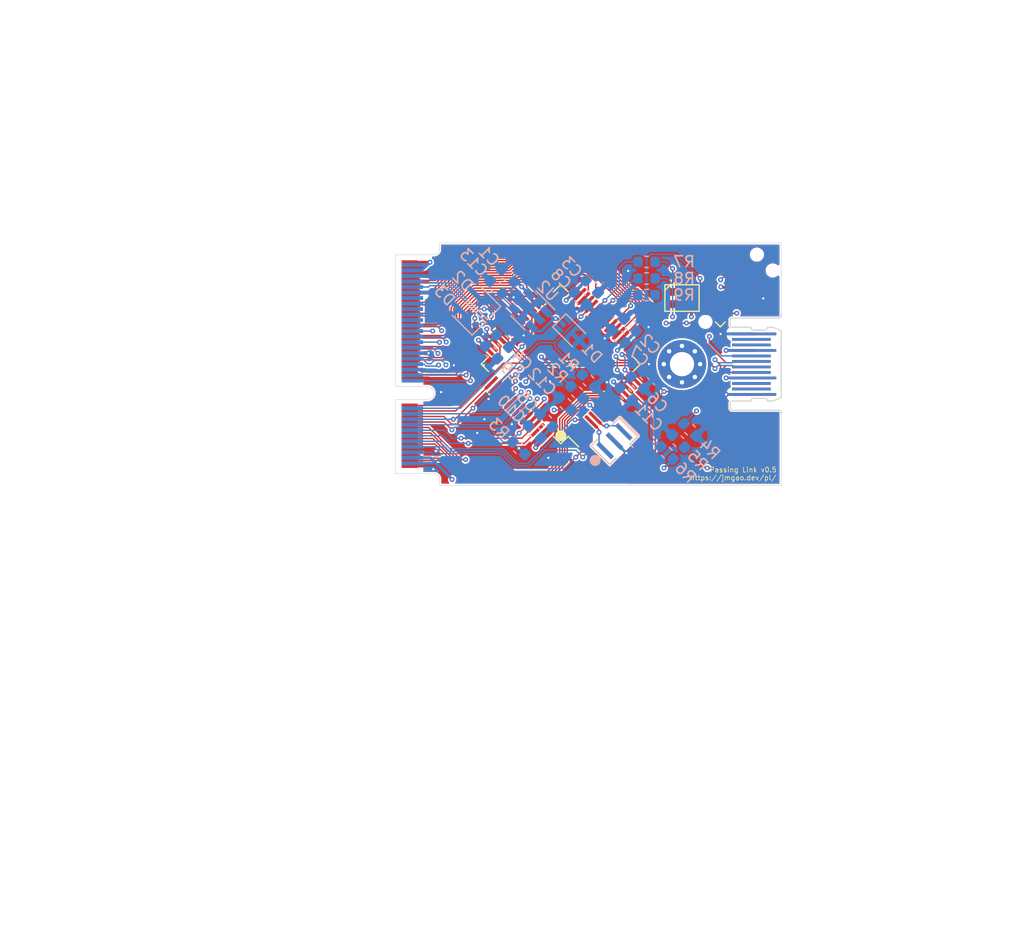
<source format=kicad_pcb>
(kicad_pcb (version 20190905) (host pcbnew "5.99.0-unknown-bfe2fbf~100~ubuntu18.04.1")
  (title_block (title "Passing Link Module") (date "2019-10-20") (rev "1") (company "jmgao"))
  (layers (0 "F.Cu" signal) (1 "GND" power) (2 "PWR" power) (31 "B.Cu" signal) (34 "B.Paste" user hide) (35 "F.Paste" user hide) (36 "B.SilkS" user) (37 "F.SilkS" user) (38 "B.Mask" user hide) (39 "F.Mask" user hide) (44 "Edge.Cuts" user))
  (net 0 "")
  (net 1 "GND")
  (net 2 "Net-(C13-Pad1)")
  (net 3 "USB_VBUS")
  (net 4 "Net-(X1-PadB11)")
  (net 5 "Net-(X1-PadB10)")
  (net 6 "Net-(X1-PadB8)")
  (net 7 "USB_D-")
  (net 8 "USB_D+")
  (net 9 "Net-(X1-PadB3)")
  (net 10 "Net-(X1-PadB2)")
  (net 11 "Net-(X1-PadA2)")
  (net 12 "Net-(X1-PadA3)")
  (net 13 "Net-(X1-PadA8)")
  (net 14 "Net-(X1-PadA10)")
  (net 15 "Net-(X1-PadA11)")
  (net 16 "VCC1")
  (net 17 "/VBAT")
  (net 18 "/NRST")
  (net 19 "Net-(R4-Pad1)")
  (net 20 "/BOOT0")
  (net 21 "Net-(D4-Pad4)")
  (net 22 "Net-(D4-Pad2)")
  (net 23 "Net-(D4-Pad1)")
  (net 24 "/PB0_LED_G_K")
  (net 25 "/OSC_OUT")
  (net 26 "/OSC_IN")
  (net 27 "/PB4_NJTRST")
  (net 28 "Net-(J2-Pad60)")
  (net 29 "Net-(J2-Pad58)")
  (net 30 "/PC13")
  (net 31 "/PC14")
  (net 32 "/PC15")
  (net 33 "/PC10")
  (net 34 "/PC11")
  (net 35 "/PC12")
  (net 36 "/PB1_LED_R_K")
  (net 37 "/PA7_LED_B_K")
  (net 38 "/PC0_ADC")
  (net 39 "/PC1_ADC")
  (net 40 "/PC2_ADC")
  (net 41 "/PC3_ADC")
  (net 42 "/PA0_ADC")
  (net 43 "/PA1_ADC")
  (net 44 "/PA6_PWM")
  (net 45 "/PC4_ADC")
  (net 46 "/PC5_ADC")
  (net 47 "/PB10_I2C2_SCL")
  (net 48 "/PB11_I2C2_SDA")
  (net 49 "/PB12_SPI1_NSS")
  (net 50 "/PB13_SPI1_SCK")
  (net 51 "/PB14_SPI1_MISO")
  (net 52 "/PA9_UART_TX")
  (net 53 "/PA10_UART_RX")
  (net 54 "/PA13_SWDIO")
  (net 55 "/PA14_SWCLK")
  (net 56 "/PD2")
  (net 57 "/PB6_I2C1_SCL")
  (net 58 "/PB7_I2C1_SDA")
  (net 59 "/PB8_PWM")
  (net 60 "/PB9_PWM")
  (net 61 "/PA2_ADC")
  (net 62 "/PA3_ADC")
  (net 63 "Net-(J2-Pad54)")
  (net 64 "/PA15_I2S3_WS")
  (net 65 "/PC7_I2S3_MCK")
  (net 66 "/PC9")
  (net 67 "/PA8")
  (net 68 "/PC6")
  (net 69 "/PC8")
  (net 70 "Net-(J2-Pad62)")
  (net 71 "Net-(J2-Pad56)")
  (net 72 "/PB15_SPI1_MOSI")
  (net 73 "/PB3_I2S3_CK")
  (net 74 "/PB5_I2S3_SD")
  (net 75 "/BOOT1")
  (net 76 "/PA4_DAC")
  (net 77 "/PA5_DAC")
  (net 78 "Net-(R5-Pad1)")
  (net 79 "Net-(J3-Pad10)")
  (net 80 "Net-(J3-Pad9)")
  (net 81 "Net-(J3-Pad5)")
  (module "Connector:Tag-Connect_TC2050-IDC-NL_2x05_P1.27mm_Vertical" (layer "F.Cu") (at 115.824 93.472 45)
    (fp_text reference "J3" hide)
    (fp_text value "Conn_02x05_Odd_Even" hide)
    (pad "10" connect circle (at -2.54 -0.635 45) (size 0.7874 0.7874) (layers "F.Cu" "F.Mask") (net 79 "Net-(J3-Pad10)"))
    (pad "9" connect circle (at -1.27 -0.635 45) (size 0.7874 0.7874) (layers "F.Cu" "F.Mask") (net 80 "Net-(J3-Pad9)"))
    (pad "8" connect circle (at 0 -0.635 45) (size 0.7874 0.7874) (layers "F.Cu" "F.Mask") (net 16 "VCC1"))
    (pad "7" connect circle (at 1.27 -0.635 45) (size 0.7874 0.7874) (layers "F.Cu" "F.Mask") (net 16 "VCC1"))
    (pad "6" connect circle (at 2.54 -0.635 45) (size 0.7874 0.7874) (layers "F.Cu" "F.Mask") (net 55 "/PA14_SWCLK"))
    (pad "5" connect circle (at 2.54 0.635 45) (size 0.7874 0.7874) (layers "F.Cu" "F.Mask") (net 81 "Net-(J3-Pad5)"))
    (pad "4" connect circle (at 1.27 0.635 45) (size 0.7874 0.7874) (layers "F.Cu" "F.Mask") (net 1 "GND"))
    (pad "3" connect circle (at 0 0.635 45) (size 0.7874 0.7874) (layers "F.Cu" "F.Mask") (net 1 "GND"))
    (pad "2" connect circle (at -1.27 0.635 45) (size 0.7874 0.7874) (layers "F.Cu" "F.Mask") (net 54 "/PA13_SWDIO"))
    (pad "1" connect circle (at -2.54 0.635 45) (size 0.7874 0.7874) (layers "F.Cu" "F.Mask") (net 18 "/NRST"))
    (pad "" np_thru_hole circle (at -3.81 0 45) (size 0.9906 0.9906) (drill 0.9906) (layers *.Cu *.Mask))
    (pad "" np_thru_hole circle (at 3.81 1.016 45) (size 0.9906 0.9906) (drill 0.9906) (layers *.Cu *.Mask))
    (pad "" np_thru_hole circle (at 3.81 -1.016 45) (size 0.9906 0.9906) (drill 0.9906) (layers *.Cu *.Mask))
  )
  (module "Resistor_SMD:R_0603_1608Metric" (layer "B.Cu") (at 102.52 101.51 135)
    (fp_text reference "R1" (at 2.510229 -0.035355 315) (layer "B.SilkS") (effects (justify mirror)))
    (fp_text value "10K")
    (pad "2" smd roundrect (at 0.7875 0 135) (size 0.875 0.95) (layers "B.Cu" "B.Paste" "B.Mask") (net 75 "/BOOT1"))
    (pad "1" smd roundrect (at -0.7875 0 135) (size 0.875 0.95) (layers "B.Cu" "B.Paste" "B.Mask") (net 1 "GND"))
  )
  (module "PCB-USB-C:PCB-USB-C" (layer "F.Cu") (at 120 100 -90)
    (fp_text reference "X1" hide)
    (fp_text value "PCB-USB-C" hide)
    (fp_line (start -3.045 0) (end 3.045 0) (layer "Edge.Cuts") (width 0.1))
    (fp_line (start -3.345 0.75) (end -3.345 1.25) (layer "Edge.Cuts") (width 0.1))
    (fp_line (start 3.345 0.75) (end 3.345 1.25) (layer "Edge.Cuts") (width 0.1))
    (fp_line (start -3.045 0) (end -3.345 0.75) (layer "Edge.Cuts") (width 0.1))
    (fp_line (start -3.095 1.5) (end -3.095 2.5) (layer "Edge.Cuts") (width 0.1))
    (fp_arc (start -3.345 2.5) (end -3.345 2.75) (angle -90) (layer "Edge.Cuts") (width 0.1))
    (fp_arc (start -3.345 1.5) (end -3.345 1.25) (angle 90) (layer "Edge.Cuts") (width 0.1))
    (fp_line (start 3.095 1.5) (end 3.095 2.5) (layer "Edge.Cuts") (width 0.1))
    (fp_arc (start 3.345 2.5) (end 3.345 2.75) (angle 90) (layer "Edge.Cuts") (width 0.1))
    (fp_arc (start 3.345 1.5) (end 3.345 1.25) (angle -90) (layer "Edge.Cuts") (width 0.1))
    (fp_line (start 3.045 0) (end 3.345 0.75) (layer "Edge.Cuts") (width 0.1))
    (fp_line (start 3.345 2.75) (end 3.345 4.45) (layer "Edge.Cuts") (width 0.1))
    (fp_line (start -3.345 2.75) (end -3.345 4.45) (layer "Edge.Cuts") (width 0.1))
    (fp_line (start -4.535 0) (end -4.385 0) (layer "Edge.Cuts") (width 0.1))
    (fp_arc (start -4.385 0.2) (end -4.185 0.2) (angle -90) (layer "Edge.Cuts") (width 0.1))
    (fp_line (start -4.185 0.2) (end -4.185 4.45) (layer "Edge.Cuts") (width 0.1))
    (fp_line (start 4.385 0) (end 4.5 0) (layer "Edge.Cuts") (width 0.1))
    (fp_arc (start 4.385 0.2) (end 4.185 0.2) (angle 90) (layer "Edge.Cuts") (width 0.1))
    (fp_line (start 4.185 0.2) (end 4.185 4.45) (layer "Edge.Cuts") (width 0.1))
    (fp_arc (start 3.545 4.45) (end 3.545 4.65) (angle 90) (layer "Edge.Cuts") (width 0.1))
    (fp_arc (start 3.985 4.45) (end 4.185 4.45) (angle 90) (layer "Edge.Cuts") (width 0.1))
    (fp_line (start 3.545 4.65) (end 3.985 4.65) (layer "Edge.Cuts") (width 0.1))
    (fp_arc (start -3.985 4.45) (end -3.985 4.65) (angle 90) (layer "Edge.Cuts") (width 0.1))
    (fp_arc (start -3.545 4.45) (end -3.345 4.45) (angle 90) (layer "Edge.Cuts") (width 0.1))
    (fp_line (start -3.985 4.65) (end -3.545 4.65) (layer "Edge.Cuts") (width 0.1))
    (pad "B11" smd rect (at 2.25 2.7) (size 3.5 0.25) (layers "B.Cu" "B.Mask") (net 4 "Net-(X1-PadB11)"))
    (pad "B10" smd rect (at 1.75 2.7) (size 3.5 0.25) (layers "B.Cu" "B.Mask") (net 5 "Net-(X1-PadB10)"))
    (pad "B8" smd rect (at 0.75 2.7) (size 3.5 0.25) (layers "B.Cu" "B.Mask") (net 6 "Net-(X1-PadB8)"))
    (pad "B7" smd rect (at 0.25 2.7) (size 3.5 0.25) (layers "B.Cu" "B.Mask") (net 7 "USB_D-"))
    (pad "B6" smd rect (at -0.25 2.7) (size 3.5 0.25) (layers "B.Cu" "B.Mask") (net 8 "USB_D+"))
    (pad "B5" smd rect (at -0.75 2.7) (size 3.5 0.25) (layers "B.Cu" "B.Mask") (net 19 "Net-(R4-Pad1)"))
    (pad "B3" smd rect (at -1.75 2.7) (size 3.5 0.25) (layers "B.Cu" "B.Mask") (net 9 "Net-(X1-PadB3)"))
    (pad "B2" smd rect (at -2.25 2.7) (size 3.5 0.25) (layers "B.Cu" "B.Mask") (net 10 "Net-(X1-PadB2)"))
    (pad "B12" smd rect (at 2.75 2.45) (size 4 0.25) (layers "B.Cu" "B.Mask") (net 1 "GND"))
    (pad "B9" smd rect (at 1.25 2.45) (size 4 0.25) (layers "B.Cu" "B.Mask") (net 3 "USB_VBUS"))
    (pad "B4" smd rect (at -1.25 2.45) (size 4 0.25) (layers "B.Cu" "B.Mask") (net 3 "USB_VBUS"))
    (pad "B1" smd rect (at -2.75 2.45) (size 4 0.25) (layers "B.Cu" "B.Mask") (net 1 "GND"))
    (pad "A1" smd rect (at 2.75 2.45) (size 4 0.25) (layers "F.Cu" "F.Mask") (net 1 "GND"))
    (pad "A4" smd rect (at 1.25 2.45) (size 4 0.25) (layers "F.Cu" "F.Mask") (net 3 "USB_VBUS"))
    (pad "A9" smd rect (at -1.25 2.45) (size 4 0.25) (layers "F.Cu" "F.Mask") (net 3 "USB_VBUS"))
    (pad "A12" smd rect (at -2.75 2.45) (size 4 0.25) (layers "F.Cu" "F.Mask") (net 1 "GND"))
    (pad "A2" smd rect (at 2.25 2.7) (size 3.5 0.25) (layers "F.Cu" "F.Mask") (net 11 "Net-(X1-PadA2)"))
    (pad "A3" smd rect (at 1.75 2.7) (size 3.5 0.25) (layers "F.Cu" "F.Mask") (net 12 "Net-(X1-PadA3)"))
    (pad "A5" smd rect (at 0.75 2.7) (size 3.5 0.25) (layers "F.Cu" "F.Mask") (net 78 "Net-(R5-Pad1)"))
    (pad "A6" smd rect (at 0.25 2.7) (size 3.5 0.25) (layers "F.Cu" "F.Mask") (net 8 "USB_D+"))
    (pad "A7" smd rect (at -0.25 2.7) (size 3.5 0.25) (layers "F.Cu" "F.Mask") (net 7 "USB_D-"))
    (pad "A8" smd rect (at -0.75 2.7) (size 3.5 0.25) (layers "F.Cu" "F.Mask") (net 13 "Net-(X1-PadA8)"))
    (pad "A10" smd rect (at -1.75 2.7) (size 3.5 0.25) (layers "F.Cu" "F.Mask") (net 14 "Net-(X1-PadA10)"))
    (pad "A11" smd rect (at -2.25 2.7) (size 3.5 0.25) (layers "F.Cu" "F.Mask") (net 15 "Net-(X1-PadA11)"))
  )
  (module "Crystal:Resonator_SMD_muRata_CSTxExxV-3Pin_3.0x1.1mm" (layer "B.Cu") (at 104.87 106.99 -135)
    (fp_text reference "Y1" hide)
    (fp_text value "Crystal_GND2_Small")
    (pad "3" smd rect (at 1.2 0 225) (size 0.4 1.9) (layers "B.Cu" "B.Paste" "B.Mask") (net 26 "/OSC_IN"))
    (pad "2" smd rect (at 0 0 225) (size 0.4 1.9) (layers "B.Cu" "B.Paste" "B.Mask") (net 1 "GND"))
    (pad "1" smd rect (at -1.2 0 225) (size 0.4 1.9) (layers "B.Cu" "B.Paste" "B.Mask") (net 25 "/OSC_OUT"))
  )
  (module "MountingHole:MountingHole_2.2mm_M2_Pad_Via" (layer "F.Cu") (at 111 100)
    (fp_text reference "H1" hide)
    (fp_text value "MountingHole_2.2mm_M2_Pad_Via" hide)
    (pad "1" thru_hole circle (at 1.166726 -1.166726) (size 0.7 0.7) (drill 0.4) (layers *.Cu *.Mask))
    (pad "1" thru_hole circle (at 0 -1.65) (size 0.7 0.7) (drill 0.4) (layers *.Cu *.Mask))
    (pad "1" thru_hole circle (at -1.166726 -1.166726) (size 0.7 0.7) (drill 0.4) (layers *.Cu *.Mask))
    (pad "1" thru_hole circle (at -1.65 0) (size 0.7 0.7) (drill 0.4) (layers *.Cu *.Mask))
    (pad "1" thru_hole circle (at -1.166726 1.166726) (size 0.7 0.7) (drill 0.4) (layers *.Cu *.Mask))
    (pad "1" thru_hole circle (at 0 1.65) (size 0.7 0.7) (drill 0.4) (layers *.Cu *.Mask))
    (pad "1" thru_hole circle (at 1.166726 1.166726) (size 0.7 0.7) (drill 0.4) (layers *.Cu *.Mask))
    (pad "1" thru_hole circle (at 1.65 0) (size 0.7 0.7) (drill 0.4) (layers *.Cu *.Mask))
    (pad "1" thru_hole circle (at 0 0) (size 4.4 4.4) (drill 2.2) (layers *.Cu *.Mask))
  )
  (module "NGFF:NGFF_E" (layer "F.Cu") (at 85 100 -90)
    (fp_text reference "J2" hide)
    (fp_text value "PassingLink")
    (fp_line (start 10.425 -4) (end 11 -4) (layer "Edge.Cuts") (width 0.05))
    (fp_arc (start 10.425 -3.5) (end 9.925 -3.5) (angle 90) (layer "Edge.Cuts") (width 0.05))
    (fp_line (start 9.925 0) (end 9.925 -3.5) (layer "Edge.Cuts") (width 0.05))
    (fp_line (start 3.225 0) (end 9.925 0) (layer "Edge.Cuts") (width 0.05))
    (fp_line (start 3.225 -2.9) (end 3.225 0) (layer "Edge.Cuts") (width 0.05))
    (fp_arc (start 2.625 -2.9) (end 2.025 -2.9) (angle 180) (layer "Edge.Cuts") (width 0.05))
    (fp_line (start 2.025 0) (end 2.025 -2.9) (layer "Edge.Cuts") (width 0.05))
    (fp_line (start 0 0) (end 2.025 0) (layer "Edge.Cuts") (width 0.05))
    (fp_line (start -9.925 0) (end 0 0) (layer "Edge.Cuts") (width 0.05))
    (fp_line (start -9.925 -3.5) (end -9.925 0) (layer "Edge.Cuts") (width 0.05))
    (fp_arc (start -10.425 -3.5) (end -10.425 -4) (angle 90) (layer "Edge.Cuts") (width 0.05))
    (fp_line (start -11 -4) (end -10.425 -4) (layer "Edge.Cuts") (width 0.05))
    (pad "1" smd rect (at 9.25 -1.275 270) (size 0.35 1.45) (layers "F.Cu") (net 1 "GND"))
    (pad "2" smd rect (at 9 -1.525 270) (size 0.35 1.95) (layers "B.Cu") (net 16 "VCC1"))
    (pad "3" smd rect (at 8.75 -1.275 270) (size 0.35 1.45) (layers "F.Cu") (net 42 "/PA0_ADC"))
    (pad "4" smd rect (at 8.5 -1.525 270) (size 0.35 1.95) (layers "B.Cu") (net 16 "VCC1"))
    (pad "5" smd rect (at 8.25 -1.275 270) (size 0.35 1.45) (layers "F.Cu") (net 38 "/PC0_ADC"))
    (pad "6" smd rect (at 8 -1.525 270) (size 0.35 1.95) (layers "B.Cu") (net 30 "/PC13"))
    (pad "7" smd rect (at 7.75 -1.275 270) (size 0.35 1.45) (layers "F.Cu") (net 1 "GND"))
    (pad "8" smd rect (at 7.5 -1.525 270) (size 0.35 1.95) (layers "B.Cu") (net 31 "/PC14"))
    (pad "9" smd rect (at 7.25 -1.275 270) (size 0.35 1.45) (layers "F.Cu") (net 39 "/PC1_ADC"))
    (pad "10" smd rect (at 7 -1.525 270) (size 0.35 1.95) (layers "B.Cu") (net 32 "/PC15"))
    (pad "11" smd rect (at 6.75 -1.275 270) (size 0.35 1.45) (layers "F.Cu") (net 40 "/PC2_ADC"))
    (pad "12" smd rect (at 6.5 -1.525 270) (size 0.35 1.95) (layers "B.Cu") (net 60 "/PB9_PWM"))
    (pad "13" smd rect (at 6.25 -1.275 270) (size 0.35 1.45) (layers "F.Cu") (net 41 "/PC3_ADC"))
    (pad "14" smd rect (at 6 -1.525 270) (size 0.35 1.95) (layers "B.Cu") (net 59 "/PB8_PWM"))
    (pad "15" smd rect (at 5.75 -1.275 270) (size 0.35 1.45) (layers "F.Cu") (net 18 "/NRST"))
    (pad "16" smd rect (at 5.5 -1.525 270) (size 0.35 1.95) (layers "B.Cu") (net 74 "/PB5_I2S3_SD"))
    (pad "17" smd rect (at 5.25 -1.275 270) (size 0.35 1.45) (layers "F.Cu") (net 20 "/BOOT0"))
    (pad "18" smd rect (at 5 -1.525 270) (size 0.35 1.95) (layers "B.Cu") (net 64 "/PA15_I2S3_WS"))
    (pad "19" smd rect (at 4.75 -1.275 270) (size 0.35 1.45) (layers "F.Cu") (net 75 "/BOOT1"))
    (pad "20" smd rect (at 4.5 -1.525 270) (size 0.35 1.95) (layers "B.Cu") (net 73 "/PB3_I2S3_CK"))
    (pad "21" smd rect (at 4.25 -1.275 270) (size 0.35 1.45) (layers "F.Cu") (net 55 "/PA14_SWCLK"))
    (pad "22" smd rect (at 4 -1.525 270) (size 0.35 1.95) (layers "B.Cu") (net 65 "/PC7_I2S3_MCK"))
    (pad "23" smd rect (at 3.75 -1.275 270) (size 0.35 1.45) (layers "F.Cu") (net 54 "/PA13_SWDIO"))
    (pad "32" smd rect (at 1.5 -1.525 270) (size 0.35 1.95) (layers "B.Cu") (net 53 "/PA10_UART_RX"))
    (pad "33" smd rect (at 1.25 -1.275 270) (size 0.35 1.45) (layers "F.Cu") (net 1 "GND"))
    (pad "34" smd rect (at 1 -1.525 270) (size 0.35 1.95) (layers "B.Cu") (net 52 "/PA9_UART_TX"))
    (pad "35" smd rect (at 0.75 -1.275 270) (size 0.35 1.45) (layers "F.Cu") (net 67 "/PA8"))
    (pad "36" smd rect (at 0.5 -1.525 270) (size 0.35 1.95) (layers "B.Cu") (net 1 "GND"))
    (pad "37" smd rect (at 0.25 -1.275 270) (size 0.35 1.45) (layers "F.Cu") (net 66 "/PC9"))
    (pad "38" smd rect (at 0 -1.525 270) (size 0.35 1.95) (layers "B.Cu") (net 58 "/PB7_I2C1_SDA"))
    (pad "39" smd rect (at -0.25 -1.275 270) (size 0.35 1.45) (layers "F.Cu") (net 69 "/PC8"))
    (pad "40" smd rect (at -0.5 -1.525 270) (size 0.35 1.95) (layers "B.Cu") (net 57 "/PB6_I2C1_SCL"))
    (pad "41" smd rect (at -0.75 -1.275 270) (size 0.35 1.45) (layers "F.Cu") (net 68 "/PC6"))
    (pad "42" smd rect (at -1 -1.525 270) (size 0.35 1.95) (layers "B.Cu") (net 1 "GND"))
    (pad "43" smd rect (at -1.25 -1.275 270) (size 0.35 1.45) (layers "F.Cu") (net 72 "/PB15_SPI1_MOSI"))
    (pad "44" smd rect (at -1.5 -1.525 270) (size 0.35 1.95) (layers "B.Cu") (net 27 "/PB4_NJTRST"))
    (pad "45" smd rect (at -1.75 -1.275 270) (size 0.35 1.45) (layers "F.Cu") (net 51 "/PB14_SPI1_MISO"))
    (pad "46" smd rect (at -2 -1.525 270) (size 0.35 1.95) (layers "B.Cu") (net 56 "/PD2"))
    (pad "47" smd rect (at -2.25 -1.275 270) (size 0.35 1.45) (layers "F.Cu") (net 50 "/PB13_SPI1_SCK"))
    (pad "48" smd rect (at -2.5 -1.525 270) (size 0.35 1.95) (layers "B.Cu") (net 35 "/PC12"))
    (pad "49" smd rect (at -2.75 -1.275 270) (size 0.35 1.45) (layers "F.Cu") (net 49 "/PB12_SPI1_NSS"))
    (pad "50" smd rect (at -3 -1.525 270) (size 0.35 1.95) (layers "B.Cu") (net 34 "/PC11"))
    (pad "51" smd rect (at -3.25 -1.275 270) (size 0.35 1.45) (layers "F.Cu") (net 48 "/PB11_I2C2_SDA"))
    (pad "52" smd rect (at -3.5 -1.525 270) (size 0.35 1.95) (layers "B.Cu") (net 33 "/PC10"))
    (pad "53" smd rect (at -3.75 -1.275 270) (size 0.35 1.45) (layers "F.Cu") (net 47 "/PB10_I2C2_SCL"))
    (pad "54" smd rect (at -4 -1.525 270) (size 0.35 1.95) (layers "B.Cu") (net 63 "Net-(J2-Pad54)"))
    (pad "55" smd rect (at -4.25 -1.275 270) (size 0.35 1.45) (layers "F.Cu") (net 46 "/PC5_ADC"))
    (pad "56" smd rect (at -4.5 -1.525 270) (size 0.35 1.95) (layers "B.Cu") (net 71 "Net-(J2-Pad56)"))
    (pad "57" smd rect (at -4.75 -1.275 270) (size 0.35 1.45) (layers "F.Cu") (net 45 "/PC4_ADC"))
    (pad "58" smd rect (at -5 -1.525 270) (size 0.35 1.95) (layers "B.Cu") (net 29 "Net-(J2-Pad58)"))
    (pad "59" smd rect (at -5.25 -1.275 270) (size 0.35 1.45) (layers "F.Cu") (net 44 "/PA6_PWM"))
    (pad "60" smd rect (at -5.5 -1.525 270) (size 0.35 1.95) (layers "B.Cu") (net 28 "Net-(J2-Pad60)"))
    (pad "61" smd rect (at -5.75 -1.275 270) (size 0.35 1.45) (layers "F.Cu") (net 77 "/PA5_DAC"))
    (pad "62" smd rect (at -6 -1.525 270) (size 0.35 1.95) (layers "B.Cu") (net 70 "Net-(J2-Pad62)"))
    (pad "63" smd rect (at -6.25 -1.275 270) (size 0.35 1.45) (layers "F.Cu") (net 76 "/PA4_DAC"))
    (pad "64" smd rect (at -6.5 -1.525 270) (size 0.35 1.95) (layers "B.Cu") (net 1 "GND"))
    (pad "65" smd rect (at -6.75 -1.275 270) (size 0.35 1.45) (layers "F.Cu") (net 62 "/PA3_ADC"))
    (pad "66" smd rect (at -7 -1.525 270) (size 0.35 1.95) (layers "B.Cu") (net 8 "USB_D+"))
    (pad "67" smd rect (at -7.25 -1.275 270) (size 0.35 1.45) (layers "F.Cu") (net 61 "/PA2_ADC"))
    (pad "68" smd rect (at -7.5 -1.525 270) (size 0.35 1.95) (layers "B.Cu") (net 7 "USB_D-"))
    (pad "69" smd rect (at -7.75 -1.275 270) (size 0.35 1.45) (layers "F.Cu") (net 43 "/PA1_ADC"))
    (pad "70" smd rect (at -8 -1.525 270) (size 0.35 1.95) (layers "B.Cu") (net 1 "GND"))
    (pad "71" smd rect (at -8.25 -1.275 270) (size 0.35 1.45) (layers "F.Cu") (net 1 "GND"))
    (pad "72" smd rect (at -8.5 -1.525 270) (size 0.35 1.95) (layers "B.Cu") (net 3 "USB_VBUS"))
    (pad "73" smd rect (at -8.75 -1.275 270) (size 0.35 1.45) (layers "F.Cu") (net 3 "USB_VBUS"))
    (pad "74" smd rect (at -9 -1.525 270) (size 0.35 1.95) (layers "B.Cu") (net 3 "USB_VBUS"))
    (pad "75" smd rect (at -9.25 -1.275 270) (size 0.35 1.45) (layers "F.Cu") (net 3 "USB_VBUS"))
  )
  (module "Resistor_SMD:R_0603_1608Metric" (layer "B.Cu") (at 107.78 93.73)
    (fp_text reference "R9" (at 3.41 -0.01) (layer "B.SilkS") (effects (justify mirror)))
    (fp_text value "15")
    (pad "2" smd roundrect (at 0.7875 0) (size 0.875 0.95) (layers "B.Cu" "B.Paste" "B.Mask") (net 22 "Net-(D4-Pad2)"))
    (pad "1" smd roundrect (at -0.7875 0) (size 0.875 0.95) (layers "B.Cu" "B.Paste" "B.Mask") (net 37 "/PA7_LED_B_K"))
  )
  (module "Resistor_SMD:R_0603_1608Metric" (layer "B.Cu") (at 107.78 90.72)
    (fp_text reference "R7" (at 3.42 -0.01) (layer "B.SilkS") (effects (justify mirror)))
    (fp_text value "65")
    (pad "2" smd roundrect (at 0.7875 0) (size 0.875 0.95) (layers "B.Cu" "B.Paste" "B.Mask") (net 23 "Net-(D4-Pad1)"))
    (pad "1" smd roundrect (at -0.7875 0) (size 0.875 0.95) (layers "B.Cu" "B.Paste" "B.Mask") (net 36 "/PB1_LED_R_K"))
  )
  (module "Resistor_SMD:R_0603_1608Metric" (layer "B.Cu") (at 107.78 92.23)
    (fp_text reference "R8" (at 3.42 0) (layer "B.SilkS") (effects (justify mirror)))
    (fp_text value "15")
    (pad "2" smd roundrect (at 0.7875 0) (size 0.875 0.95) (layers "B.Cu" "B.Paste" "B.Mask") (net 21 "Net-(D4-Pad4)"))
    (pad "1" smd roundrect (at -0.7875 0) (size 0.875 0.95) (layers "B.Cu" "B.Paste" "B.Mask") (net 24 "/PB0_LED_G_K"))
  )
  (module "fm-b2020rgba-hg:FM-B2020RGBA-HG" (layer "F.Cu") (at 111 94 180)
    (fp_text reference "D4" hide)
    (fp_text value "FM-B2020RGBA-HG" hide)
    (pad "4" smd rect (at 0.85 -0.55 180) (size 0.8 0.7) (layers "F.Cu" "F.Paste" "F.Mask") (net 21 "Net-(D4-Pad4)"))
    (pad "3" smd rect (at -0.85 -0.55 180) (size 0.8 0.7) (layers "F.Cu" "F.Paste" "F.Mask") (net 16 "VCC1"))
    (pad "2" smd rect (at -0.85 0.55 180) (size 0.8 0.7) (layers "F.Cu" "F.Paste" "F.Mask") (net 22 "Net-(D4-Pad2)"))
    (pad "1" smd rect (at 0.85 0.55 180) (size 0.8 0.7) (layers "F.Cu" "F.Paste" "F.Mask") (net 23 "Net-(D4-Pad1)"))
  )
  (module "Diode_SMD:D_SOD-323" (layer "B.Cu") (at 91.49 95.71 135)
    (fp_text reference "D3" (at 2.81 -0.059999 135) (layer "B.SilkS") (effects (justify mirror)))
    (fp_text value "PESD5V0L1BA,115" hide)
    (pad "2" smd rect (at 1.05 0 135) (size 0.6 0.45) (layers "B.Cu" "B.Paste" "B.Mask") (net 1 "GND"))
    (pad "1" smd rect (at -1.05 0 135) (size 0.6 0.45) (layers "B.Cu" "B.Paste" "B.Mask") (net 8 "USB_D+"))
  )
  (module "Diode_SMD:D_SOD-323" (layer "B.Cu") (at 92.89 94.31 135)
    (fp_text reference "D2" (at 2.6 0.04 135) (layer "B.SilkS") (effects (justify mirror)))
    (fp_text value "PESD5V0L1BA,115" hide)
    (pad "2" smd rect (at 1.05 0 135) (size 0.6 0.45) (layers "B.Cu" "B.Paste" "B.Mask") (net 1 "GND"))
    (pad "1" smd rect (at -1.05 0 135) (size 0.6 0.45) (layers "B.Cu" "B.Paste" "B.Mask") (net 7 "USB_D-"))
  )
  (module "Diode_SMD:D_SOD-323" (layer "B.Cu") (at 100.93 97.09 -45)
    (fp_text reference "D1" (at 2.672864 -0.014142 135) (layer "B.SilkS") (effects (justify mirror)))
    (fp_text value "PESD12VL1BA,115" hide)
    (pad "2" smd rect (at 1.05 0 315) (size 0.6 0.45) (layers "B.Cu" "B.Paste" "B.Mask") (net 1 "GND"))
    (pad "1" smd rect (at -1.05 0 315) (size 0.6 0.45) (layers "B.Cu" "B.Paste" "B.Mask") (net 3 "USB_VBUS"))
  )
  (module "Resistor_SMD:R_0603_1608Metric" (layer "B.Cu") (at 111.73 105.95 -45)
    (fp_text reference "R4" (at 2.52 -0.02 135) (layer "B.SilkS") (effects (justify mirror)))
    (fp_text value "5.1K")
    (pad "2" smd roundrect (at 0.7875 0 315) (size 0.875 0.95) (layers "B.Cu" "B.Paste" "B.Mask") (net 1 "GND"))
    (pad "1" smd roundrect (at -0.7875 0 315) (size 0.875 0.95) (layers "B.Cu" "B.Paste" "B.Mask") (net 19 "Net-(R4-Pad1)"))
  )
  (module "Resistor_SMD:R_0603_1608Metric" (layer "B.Cu") (at 110.68 107 135)
    (fp_text reference "R5" (at -2.467803 0.007071 315) (layer "B.SilkS") (effects (justify mirror)))
    (fp_text value "5.1K")
    (pad "2" smd roundrect (at 0.7875 0 135) (size 0.875 0.95) (layers "B.Cu" "B.Paste" "B.Mask") (net 1 "GND"))
    (pad "1" smd roundrect (at -0.7875 0 135) (size 0.875 0.95) (layers "B.Cu" "B.Paste" "B.Mask") (net 78 "Net-(R5-Pad1)"))
  )
  (module "Package_TO_SOT_SMD:SOT-23-5" (layer "B.Cu") (at 97.24 95.11 135)
    (fp_text reference "U2" (at 0.141421 2.361737 135) (layer "B.SilkS") (effects (justify mirror)))
    (fp_text value "MIC5219-3.3YM5" hide)
    (pad "5" smd rect (at 1.1 0.95 135) (size 1.06 0.65) (layers "B.Cu" "B.Paste" "B.Mask") (net 16 "VCC1"))
    (pad "4" smd rect (at 1.1 -0.95 135) (size 1.06 0.65) (layers "B.Cu" "B.Paste" "B.Mask") (net 2 "Net-(C13-Pad1)"))
    (pad "3" smd rect (at -1.1 -0.95 135) (size 1.06 0.65) (layers "B.Cu" "B.Paste" "B.Mask") (net 3 "USB_VBUS"))
    (pad "2" smd rect (at -1.1 0 135) (size 1.06 0.65) (layers "B.Cu" "B.Paste" "B.Mask") (net 1 "GND"))
    (pad "1" smd rect (at -1.1 0.95 135) (size 1.06 0.65) (layers "B.Cu" "B.Paste" "B.Mask") (net 3 "USB_VBUS"))
  )
  (module "Resistor_SMD:R_0603_1608Metric" (layer "B.Cu") (at 109.63 108.05 -45)
    (fp_text reference "R6" (at 2.456311 0.083079 135) (layer "B.SilkS") (effects (justify mirror)))
    (fp_text value "1.5K")
    (pad "2" smd roundrect (at 0.7875 0 315) (size 0.875 0.95) (layers "B.Cu" "B.Paste" "B.Mask") (net 16 "VCC1"))
    (pad "1" smd roundrect (at -0.7875 0 315) (size 0.875 0.95) (layers "B.Cu" "B.Paste" "B.Mask") (net 8 "USB_D+"))
  )
  (module "Resistor_SMD:R_0603_1608Metric" (layer "B.Cu") (at 96.187645 107.625918 -45)
    (fp_text reference "R3" (at -2.526891 0.015363 -45) (layer "B.SilkS") (effects (justify mirror)))
    (fp_text value "10K")
    (pad "2" smd roundrect (at 0.7875 0 315) (size 0.875 0.95) (layers "B.Cu" "B.Paste" "B.Mask") (net 1 "GND"))
    (pad "1" smd roundrect (at -0.7875 0 315) (size 0.875 0.95) (layers "B.Cu" "B.Paste" "B.Mask") (net 20 "/BOOT0"))
  )
  (module "Resistor_SMD:R_0603_1608Metric" (layer "B.Cu") (at 101.47 102.56 135)
    (fp_text reference "R2" (at 2.489016 0.014142 135) (layer "B.SilkS") (effects (justify mirror)))
    (fp_text value "10K")
    (pad "2" smd roundrect (at 0.7875 0 135) (size 0.875 0.95) (layers "B.Cu" "B.Paste" "B.Mask") (net 16 "VCC1"))
    (pad "1" smd roundrect (at -0.7875 0 135) (size 0.875 0.95) (layers "B.Cu" "B.Paste" "B.Mask") (net 18 "/NRST"))
  )
  (module "Capacitor_SMD:C_0603_1608Metric" (layer "B.Cu") (at 94.15 93.02 135)
    (fp_text reference "C13" (at 3.025 0.125 315) (layer "B.SilkS") (effects (justify mirror)))
    (fp_text value "470pF")
    (pad "2" smd roundrect (at 0.7875 0 135) (size 0.875 0.95) (layers "B.Cu" "B.Paste" "B.Mask") (net 1 "GND"))
    (pad "1" smd roundrect (at -0.7875 0 135) (size 0.875 0.95) (layers "B.Cu" "B.Paste" "B.Mask") (net 2 "Net-(C13-Pad1)"))
  )
  (module "Capacitor_SMD:C_0603_1608Metric" (layer "B.Cu") (at 100.42 103.61 135)
    (fp_text reference "C12" (at 2.927422 -0.070711 315) (layer "B.SilkS") (effects (justify mirror)))
    (fp_text value "100nF")
    (pad "2" smd roundrect (at 0.7875 0 135) (size 0.875 0.95) (layers "B.Cu" "B.Paste" "B.Mask") (net 1 "GND"))
    (pad "1" smd roundrect (at -0.7875 0 135) (size 0.875 0.95) (layers "B.Cu" "B.Paste" "B.Mask") (net 18 "/NRST"))
  )
  (module "Capacitor_SMD:C_0603_1608Metric" (layer "B.Cu") (at 105.91 102.72 -45)
    (fp_text reference "C11" (at 2.948635 0.021213 -45) (layer "B.SilkS") (effects (justify mirror)))
    (fp_text value "100nF")
    (pad "2" smd roundrect (at 0.7875 0 315) (size 0.875 0.95) (layers "B.Cu" "B.Paste" "B.Mask") (net 1 "GND"))
    (pad "1" smd roundrect (at -0.7875 0 315) (size 0.875 0.95) (layers "B.Cu" "B.Paste" "B.Mask") (net 16 "VCC1"))
  )
  (module "Capacitor_SMD:C_0603_1608Metric" (layer "B.Cu") (at 97.637645 106.175918 135)
    (fp_text reference "C10" (at 2.987526 -0.017678 315) (layer "B.SilkS") (effects (justify mirror)))
    (fp_text value "100nF")
    (pad "2" smd roundrect (at 0.7875 0 135) (size 0.875 0.95) (layers "B.Cu" "B.Paste" "B.Mask") (net 1 "GND"))
    (pad "1" smd roundrect (at -0.7875 0 135) (size 0.875 0.95) (layers "B.Cu" "B.Paste" "B.Mask") (net 16 "VCC1"))
  )
  (module "Capacitor_SMD:C_0603_1608Metric" (layer "B.Cu") (at 93.684056 98.936565 -45)
    (fp_text reference "C9" (at 2.460292 0.005297 -45) (layer "B.SilkS") (effects (justify mirror)))
    (fp_text value "100nF")
    (pad "2" smd roundrect (at 0.7875 0 315) (size 0.875 0.95) (layers "B.Cu" "B.Paste" "B.Mask") (net 1 "GND"))
    (pad "1" smd roundrect (at -0.7875 0 315) (size 0.875 0.95) (layers "B.Cu" "B.Paste" "B.Mask") (net 16 "VCC1"))
  )
  (module "Capacitor_SMD:C_0603_1608Metric" (layer "B.Cu") (at 101.77 94.01 -45)
    (fp_text reference "C8" (at -2.474874 0 -45) (layer "B.SilkS") (effects (justify mirror)))
    (fp_text value "100nF")
    (pad "2" smd roundrect (at 0.7875 0 315) (size 0.875 0.95) (layers "B.Cu" "B.Paste" "B.Mask") (net 1 "GND"))
    (pad "1" smd roundrect (at -0.7875 0 315) (size 0.875 0.95) (layers "B.Cu" "B.Paste" "B.Mask") (net 16 "VCC1"))
  )
  (module "Capacitor_SMD:C_0603_1608Metric" (layer "B.Cu") (at 105.27 97.51 135)
    (fp_text reference "C7" (at -2.5173 0.014142 315) (layer "B.SilkS") (effects (justify mirror)))
    (fp_text value "100nF")
    (pad "2" smd roundrect (at 0.7875 0 135) (size 0.875 0.95) (layers "B.Cu" "B.Paste" "B.Mask") (net 1 "GND"))
    (pad "1" smd roundrect (at -0.7875 0 135) (size 0.875 0.95) (layers "B.Cu" "B.Paste" "B.Mask") (net 16 "VCC1"))
  )
  (module "Capacitor_SMD:C_0603_1608Metric" (layer "B.Cu") (at 106.96 101.67 -45)
    (fp_text reference "C6" (at 2.559727 0.014142 -45) (layer "B.SilkS") (effects (justify mirror)))
    (fp_text value "1uF")
    (pad "2" smd roundrect (at 0.7875 0 315) (size 0.875 0.95) (layers "B.Cu" "B.Paste" "B.Mask") (net 1 "GND"))
    (pad "1" smd roundrect (at -0.7875 0 315) (size 0.875 0.95) (layers "B.Cu" "B.Paste" "B.Mask") (net 16 "VCC1"))
  )
  (module "Capacitor_SMD:C_0603_1608Metric" (layer "B.Cu") (at 98.687645 105.125918 135)
    (fp_text reference "C5" (at 2.439518 0 315) (layer "B.SilkS") (effects (justify mirror)))
    (fp_text value "10uF")
    (pad "2" smd roundrect (at 0.7875 0 135) (size 0.875 0.95) (layers "B.Cu" "B.Paste" "B.Mask") (net 1 "GND"))
    (pad "1" smd roundrect (at -0.7875 0 135) (size 0.875 0.95) (layers "B.Cu" "B.Paste" "B.Mask") (net 16 "VCC1"))
  )
  (module "Capacitor_SMD:C_0603_1608Metric" (layer "B.Cu") (at 94.734056 97.886565 -45)
    (fp_text reference "C4" (at 2.474435 0.005297 -45) (layer "B.SilkS") (effects (justify mirror)))
    (fp_text value "10uF")
    (pad "2" smd roundrect (at 0.7875 0 315) (size 0.875 0.95) (layers "B.Cu" "B.Paste" "B.Mask") (net 1 "GND"))
    (pad "1" smd roundrect (at -0.7875 0 315) (size 0.875 0.95) (layers "B.Cu" "B.Paste" "B.Mask") (net 16 "VCC1"))
  )
  (module "Capacitor_SMD:C_0603_1608Metric" (layer "B.Cu") (at 102.82 92.96 -45)
    (fp_text reference "C3" (at -2.538513 0.049497 -45) (layer "B.SilkS") (effects (justify mirror)))
    (fp_text value "10uF")
    (pad "2" smd roundrect (at 0.7875 0 315) (size 0.875 0.95) (layers "B.Cu" "B.Paste" "B.Mask") (net 1 "GND"))
    (pad "1" smd roundrect (at -0.7875 0 315) (size 0.875 0.95) (layers "B.Cu" "B.Paste" "B.Mask") (net 16 "VCC1"))
  )
  (module "Capacitor_SMD:C_0603_1608Metric" (layer "B.Cu") (at 106.32 96.46 135)
    (fp_text reference "C2" (at -2.496087 0.035355 135) (layer "B.SilkS") (effects (justify mirror)))
    (fp_text value "10uF")
    (pad "2" smd roundrect (at 0.7875 0 135) (size 0.875 0.95) (layers "B.Cu" "B.Paste" "B.Mask") (net 1 "GND"))
    (pad "1" smd roundrect (at -0.7875 0 135) (size 0.875 0.95) (layers "B.Cu" "B.Paste" "B.Mask") (net 16 "VCC1"))
  )
  (module "Capacitor_SMD:C_0603_1608Metric" (layer "B.Cu") (at 95.2 91.97 135)
    (fp_text reference "C1" (at 2.475 0.05 135) (layer "B.SilkS") (effects (justify mirror)))
    (fp_text value "10uF")
    (pad "2" smd roundrect (at 0.7875 0 135) (size 0.875 0.95) (layers "B.Cu" "B.Paste" "B.Mask") (net 1 "GND"))
    (pad "1" smd roundrect (at -0.7875 0 135) (size 0.875 0.95) (layers "B.Cu" "B.Paste" "B.Mask") (net 16 "VCC1"))
  )
  (module "Package_QFP:LQFP-64_10x10mm_P0.5mm" (layer "F.Cu") (at 100 100 135)
    (fp_text reference "U1" hide)
    (fp_text value "STM32F103RETx" hide)
    (pad "1" smd roundrect (at -5.675 -3.75 135) (size 1.55 0.3) (layers "F.Cu" "F.Paste" "F.Mask") (net 17 "/VBAT"))
    (pad "2" smd roundrect (at -5.675 -3.25 135) (size 1.55 0.3) (layers "F.Cu" "F.Paste" "F.Mask") (net 30 "/PC13"))
    (pad "3" smd roundrect (at -5.675 -2.75 135) (size 1.55 0.3) (layers "F.Cu" "F.Paste" "F.Mask") (net 31 "/PC14"))
    (pad "4" smd roundrect (at -5.675 -2.25 135) (size 1.55 0.3) (layers "F.Cu" "F.Paste" "F.Mask") (net 32 "/PC15"))
    (pad "5" smd roundrect (at -5.675 -1.75 135) (size 1.55 0.3) (layers "F.Cu" "F.Paste" "F.Mask") (net 26 "/OSC_IN"))
    (pad "6" smd roundrect (at -5.675 -1.25 135) (size 1.55 0.3) (layers "F.Cu" "F.Paste" "F.Mask") (net 25 "/OSC_OUT"))
    (pad "7" smd roundrect (at -5.675 -0.75 135) (size 1.55 0.3) (layers "F.Cu" "F.Paste" "F.Mask") (net 18 "/NRST"))
    (pad "8" smd roundrect (at -5.675 -0.25 135) (size 1.55 0.3) (layers "F.Cu" "F.Paste" "F.Mask") (net 38 "/PC0_ADC"))
    (pad "9" smd roundrect (at -5.675 0.25 135) (size 1.55 0.3) (layers "F.Cu" "F.Paste" "F.Mask") (net 39 "/PC1_ADC"))
    (pad "10" smd roundrect (at -5.675 0.75 135) (size 1.55 0.3) (layers "F.Cu" "F.Paste" "F.Mask") (net 40 "/PC2_ADC"))
    (pad "11" smd roundrect (at -5.675 1.25 135) (size 1.55 0.3) (layers "F.Cu" "F.Paste" "F.Mask") (net 41 "/PC3_ADC"))
    (pad "12" smd roundrect (at -5.675 1.75 135) (size 1.55 0.3) (layers "F.Cu" "F.Paste" "F.Mask") (net 1 "GND"))
    (pad "13" smd roundrect (at -5.675 2.25 135) (size 1.55 0.3) (layers "F.Cu" "F.Paste" "F.Mask") (net 16 "VCC1"))
    (pad "14" smd roundrect (at -5.675 2.75 135) (size 1.55 0.3) (layers "F.Cu" "F.Paste" "F.Mask") (net 42 "/PA0_ADC"))
    (pad "15" smd roundrect (at -5.675 3.25 135) (size 1.55 0.3) (layers "F.Cu" "F.Paste" "F.Mask") (net 43 "/PA1_ADC"))
    (pad "16" smd roundrect (at -5.675 3.75 135) (size 1.55 0.3) (layers "F.Cu" "F.Paste" "F.Mask") (net 61 "/PA2_ADC"))
    (pad "17" smd roundrect (at -3.75 5.675 135) (size 0.3 1.55) (layers "F.Cu" "F.Paste" "F.Mask") (net 62 "/PA3_ADC"))
    (pad "18" smd roundrect (at -3.25 5.675 135) (size 0.3 1.55) (layers "F.Cu" "F.Paste" "F.Mask") (net 1 "GND"))
    (pad "19" smd roundrect (at -2.75 5.675 135) (size 0.3 1.55) (layers "F.Cu" "F.Paste" "F.Mask") (net 16 "VCC1"))
    (pad "20" smd roundrect (at -2.25 5.675 135) (size 0.3 1.55) (layers "F.Cu" "F.Paste" "F.Mask") (net 76 "/PA4_DAC"))
    (pad "21" smd roundrect (at -1.75 5.675 135) (size 0.3 1.55) (layers "F.Cu" "F.Paste" "F.Mask") (net 77 "/PA5_DAC"))
    (pad "22" smd roundrect (at -1.25 5.675 135) (size 0.3 1.55) (layers "F.Cu" "F.Paste" "F.Mask") (net 44 "/PA6_PWM"))
    (pad "23" smd roundrect (at -0.75 5.675 135) (size 0.3 1.55) (layers "F.Cu" "F.Paste" "F.Mask") (net 37 "/PA7_LED_B_K"))
    (pad "24" smd roundrect (at -0.25 5.675 135) (size 0.3 1.55) (layers "F.Cu" "F.Paste" "F.Mask") (net 45 "/PC4_ADC"))
    (pad "25" smd roundrect (at 0.25 5.675 135) (size 0.3 1.55) (layers "F.Cu" "F.Paste" "F.Mask") (net 46 "/PC5_ADC"))
    (pad "26" smd roundrect (at 0.75 5.675 135) (size 0.3 1.55) (layers "F.Cu" "F.Paste" "F.Mask") (net 24 "/PB0_LED_G_K"))
    (pad "27" smd roundrect (at 1.25 5.675 135) (size 0.3 1.55) (layers "F.Cu" "F.Paste" "F.Mask") (net 36 "/PB1_LED_R_K"))
    (pad "28" smd roundrect (at 1.75 5.675 135) (size 0.3 1.55) (layers "F.Cu" "F.Paste" "F.Mask") (net 75 "/BOOT1"))
    (pad "29" smd roundrect (at 2.25 5.675 135) (size 0.3 1.55) (layers "F.Cu" "F.Paste" "F.Mask") (net 47 "/PB10_I2C2_SCL"))
    (pad "30" smd roundrect (at 2.75 5.675 135) (size 0.3 1.55) (layers "F.Cu" "F.Paste" "F.Mask") (net 48 "/PB11_I2C2_SDA"))
    (pad "31" smd roundrect (at 3.25 5.675 135) (size 0.3 1.55) (layers "F.Cu" "F.Paste" "F.Mask") (net 1 "GND"))
    (pad "32" smd roundrect (at 3.75 5.675 135) (size 0.3 1.55) (layers "F.Cu" "F.Paste" "F.Mask") (net 16 "VCC1"))
    (pad "33" smd roundrect (at 5.675 3.75 135) (size 1.55 0.3) (layers "F.Cu" "F.Paste" "F.Mask") (net 49 "/PB12_SPI1_NSS"))
    (pad "34" smd roundrect (at 5.675 3.25 135) (size 1.55 0.3) (layers "F.Cu" "F.Paste" "F.Mask") (net 50 "/PB13_SPI1_SCK"))
    (pad "35" smd roundrect (at 5.675 2.75 135) (size 1.55 0.3) (layers "F.Cu" "F.Paste" "F.Mask") (net 51 "/PB14_SPI1_MISO"))
    (pad "36" smd roundrect (at 5.675 2.25 135) (size 1.55 0.3) (layers "F.Cu" "F.Paste" "F.Mask") (net 72 "/PB15_SPI1_MOSI"))
    (pad "37" smd roundrect (at 5.675 1.75 135) (size 1.55 0.3) (layers "F.Cu" "F.Paste" "F.Mask") (net 68 "/PC6"))
    (pad "38" smd roundrect (at 5.675 1.25 135) (size 1.55 0.3) (layers "F.Cu" "F.Paste" "F.Mask") (net 65 "/PC7_I2S3_MCK"))
    (pad "39" smd roundrect (at 5.675 0.75 135) (size 1.55 0.3) (layers "F.Cu" "F.Paste" "F.Mask") (net 69 "/PC8"))
    (pad "40" smd roundrect (at 5.675 0.25 135) (size 1.55 0.3) (layers "F.Cu" "F.Paste" "F.Mask") (net 66 "/PC9"))
    (pad "41" smd roundrect (at 5.675 -0.25 135) (size 1.55 0.3) (layers "F.Cu" "F.Paste" "F.Mask") (net 67 "/PA8"))
    (pad "42" smd roundrect (at 5.675 -0.75 135) (size 1.55 0.3) (layers "F.Cu" "F.Paste" "F.Mask") (net 52 "/PA9_UART_TX"))
    (pad "43" smd roundrect (at 5.675 -1.25 135) (size 1.55 0.3) (layers "F.Cu" "F.Paste" "F.Mask") (net 53 "/PA10_UART_RX"))
    (pad "44" smd roundrect (at 5.675 -1.75 135) (size 1.55 0.3) (layers "F.Cu" "F.Paste" "F.Mask") (net 7 "USB_D-"))
    (pad "45" smd roundrect (at 5.675 -2.25 135) (size 1.55 0.3) (layers "F.Cu" "F.Paste" "F.Mask") (net 8 "USB_D+"))
    (pad "46" smd roundrect (at 5.675 -2.75 135) (size 1.55 0.3) (layers "F.Cu" "F.Paste" "F.Mask") (net 54 "/PA13_SWDIO"))
    (pad "47" smd roundrect (at 5.675 -3.25 135) (size 1.55 0.3) (layers "F.Cu" "F.Paste" "F.Mask") (net 1 "GND"))
    (pad "48" smd roundrect (at 5.675 -3.75 135) (size 1.55 0.3) (layers "F.Cu" "F.Paste" "F.Mask") (net 16 "VCC1"))
    (pad "49" smd roundrect (at 3.75 -5.675 135) (size 0.3 1.55) (layers "F.Cu" "F.Paste" "F.Mask") (net 55 "/PA14_SWCLK"))
    (pad "50" smd roundrect (at 3.25 -5.675 135) (size 0.3 1.55) (layers "F.Cu" "F.Paste" "F.Mask") (net 64 "/PA15_I2S3_WS"))
    (pad "51" smd roundrect (at 2.75 -5.675 135) (size 0.3 1.55) (layers "F.Cu" "F.Paste" "F.Mask") (net 33 "/PC10"))
    (pad "52" smd roundrect (at 2.25 -5.675 135) (size 0.3 1.55) (layers "F.Cu" "F.Paste" "F.Mask") (net 34 "/PC11"))
    (pad "53" smd roundrect (at 1.75 -5.675 135) (size 0.3 1.55) (layers "F.Cu" "F.Paste" "F.Mask") (net 35 "/PC12"))
    (pad "54" smd roundrect (at 1.25 -5.675 135) (size 0.3 1.55) (layers "F.Cu" "F.Paste" "F.Mask") (net 56 "/PD2"))
    (pad "55" smd roundrect (at 0.75 -5.675 135) (size 0.3 1.55) (layers "F.Cu" "F.Paste" "F.Mask") (net 73 "/PB3_I2S3_CK"))
    (pad "56" smd roundrect (at 0.25 -5.675 135) (size 0.3 1.55) (layers "F.Cu" "F.Paste" "F.Mask") (net 27 "/PB4_NJTRST"))
    (pad "57" smd roundrect (at -0.25 -5.675 135) (size 0.3 1.55) (layers "F.Cu" "F.Paste" "F.Mask") (net 74 "/PB5_I2S3_SD"))
    (pad "58" smd roundrect (at -0.75 -5.675 135) (size 0.3 1.55) (layers "F.Cu" "F.Paste" "F.Mask") (net 57 "/PB6_I2C1_SCL"))
    (pad "59" smd roundrect (at -1.25 -5.675 135) (size 0.3 1.55) (layers "F.Cu" "F.Paste" "F.Mask") (net 58 "/PB7_I2C1_SDA"))
    (pad "60" smd roundrect (at -1.75 -5.675 135) (size 0.3 1.55) (layers "F.Cu" "F.Paste" "F.Mask") (net 20 "/BOOT0"))
    (pad "61" smd roundrect (at -2.25 -5.675 135) (size 0.3 1.55) (layers "F.Cu" "F.Paste" "F.Mask") (net 59 "/PB8_PWM"))
    (pad "62" smd roundrect (at -2.75 -5.675 135) (size 0.3 1.55) (layers "F.Cu" "F.Paste" "F.Mask") (net 60 "/PB9_PWM"))
    (pad "63" smd roundrect (at -3.25 -5.675 135) (size 0.3 1.55) (layers "F.Cu" "F.Paste" "F.Mask") (net 1 "GND"))
    (pad "64" smd roundrect (at -3.75 -5.675 135) (size 0.3 1.55) (layers "F.Cu" "F.Paste" "F.Mask") (net 16 "VCC1"))
  )
  (gr_text "Passing Link v0.5\nhttps://jmgao.dev/pl/" (at 119.62 109.95) (layer "F.SilkS") (effects (font (size 0.45 0.45) (thickness 0.0625)) (justify right)))
  (gr_circle (center 100 106.5) (end 100 106.5) (layer "F.SilkS") (width 0.5))
  (gr_circle (center 103.12 108.74) (end 103.12 108.74) (layer "B.SilkS") (width 0.5))
  (gr_line (start 120 104.5) (end 120 111) (layer "Edge.Cuts") (width 0.05))
  (gr_line (start 120 89) (end 120 95.465) (layer "Edge.Cuts") (width 0.05))
  (gr_line (start 89 89) (end 120 89) (layer "Edge.Cuts") (width 0.05))
  (gr_line (start 89 111) (end 120 111) (layer "Edge.Cuts") (width 0.05))
  (segment (start 88.25 94.4) (end 88.25 94.05) (width 0.127) (layer "F.Cu") (net 77))
  (segment (start 86.275 94.25) (end 87.12 94.25) (width 0.127) (layer "F.Cu") (net 77))
  (segment (start 88.25 94.05) (end 91.25 91.05) (width 0.127) (layer "F.Cu") (net 77))
  (segment (start 91.25 91.05) (end 95.18 91.05) (width 0.127) (layer "F.Cu") (net 77))
  (segment (start 106.13 94.08) (end 106.58 94.08) (width 0.127) (layer "F.Cu") (net 77))
  (segment (start 87.27 94.4) (end 88.25 94.4) (width 0.127) (layer "F.Cu") (net 77))
  (segment (start 87.12 94.25) (end 87.27 94.4) (width 0.127) (layer "F.Cu") (net 77))
  (segment (start 95.18 91.05) (end 95.48 90.75) (width 0.127) (layer "F.Cu") (net 77))
  (segment (start 95.48 90.75) (end 102.8 90.75) (width 0.127) (layer "F.Cu") (net 77))
  (segment (start 102.8 90.75) (end 106.13 94.08) (width 0.127) (layer "F.Cu") (net 77))
  (segment (start 106.58 94.08) (end 107 94.5) (width 0.127) (layer "F.Cu") (net 77))
  (segment (start 107 94.5) (end 107 95.474874) (width 0.127) (layer "F.Cu") (net 77))
  (segment (start 107 95.474874) (end 105.250268 97.224606) (width 0.127) (layer "F.Cu") (net 77))
  (segment (start 87.27 93.62) (end 88.35 93.62) (width 0.127) (layer "F.Cu") (net 76))
  (segment (start 88.35 93.62) (end 91.14 90.83) (width 0.127) (layer "F.Cu") (net 76))
  (segment (start 87.14 93.75) (end 87.27 93.62) (width 0.127) (layer "F.Cu") (net 76))
  (segment (start 86.275 93.75) (end 87.14 93.75) (width 0.127) (layer "F.Cu") (net 76))
  (segment (start 95.06 90.83) (end 91.14 90.83) (width 0.127) (layer "F.Cu") (net 76))
  (segment (start 95.37 90.52) (end 95.06 90.83) (width 0.127) (layer "F.Cu") (net 76))
  (segment (start 102.9 90.52) (end 95.37 90.52) (width 0.127) (layer "F.Cu") (net 76))
  (segment (start 106.23 93.85) (end 102.9 90.52) (width 0.127) (layer "F.Cu") (net 76))
  (segment (start 106.66 93.85) (end 106.23 93.85) (width 0.127) (layer "F.Cu") (net 76))
  (segment (start 107.23 94.42) (end 106.66 93.85) (width 0.127) (layer "F.Cu") (net 76))
  (segment (start 107.23 95.95198) (end 107.23 94.42) (width 0.127) (layer "F.Cu") (net 76))
  (segment (start 105.603821 97.578159) (end 107.23 95.95198) (width 0.127) (layer "F.Cu") (net 76))
  (segment (start 108.575 104.685912) (end 108.575 107.9) (width 0.127) (layer "F.Cu") (net 42))
  (segment (start 91.025 110.6) (end 89.175 108.75) (width 0.127) (layer "F.Cu") (net 42))
  (segment (start 105.957375 102.068287) (end 108.575 104.685912) (width 0.127) (layer "F.Cu") (net 42))
  (segment (start 108.575 107.9) (end 105.875 110.6) (width 0.127) (layer "F.Cu") (net 42))
  (segment (start 105.875 110.6) (end 91.025 110.6) (width 0.127) (layer "F.Cu") (net 42))
  (segment (start 89.175 108.75) (end 86.275 108.75) (width 0.127) (layer "F.Cu") (net 42))
  (segment (start 97.2 103.125) (end 94.825 105.5) (width 0.127) (layer "B.Cu") (net 74))
  (segment (start 94.825 105.5) (end 86.525 105.5) (width 0.127) (layer "B.Cu") (net 74))
  (segment (start 97.2 103.153554) (end 97.2 103.125) (width 0.127) (layer "F.Cu") (net 74))
  (segment (start 96.163946 104.189608) (end 97.2 103.153554) (width 0.127) (layer "F.Cu") (net 74))
  (via (at 97.2 103.125) (size 0.45) (drill 0.2) (layers "F.Cu" "B.Cu") (net 74))
  (segment (start 90.25 105) (end 86.525 105) (width 0.127) (layer "B.Cu") (net 64))
  (segment (start 90.403806 105) (end 90.25 105) (width 0.127) (layer "F.Cu") (net 64))
  (segment (start 93.689072 101.714734) (end 90.403806 105) (width 0.127) (layer "F.Cu") (net 64))
  (via (at 90.25 105) (size 0.45) (drill 0.2) (layers "F.Cu" "B.Cu") (net 64))
  (segment (start 96.4 102.525) (end 94.425 104.5) (width 0.127) (layer "B.Cu") (net 73))
  (segment (start 94.425 104.5) (end 86.525 104.5) (width 0.127) (layer "B.Cu") (net 73))
  (segment (start 96.4 102.53934) (end 96.4 102.525) (width 0.127) (layer "F.Cu") (net 73))
  (segment (start 95.456839 103.482501) (end 96.4 102.53934) (width 0.127) (layer "F.Cu") (net 73))
  (via (at 96.4 102.525) (size 0.45) (drill 0.2) (layers "F.Cu" "B.Cu") (net 73))
  (segment (start 96.475 98.425) (end 90.9 104) (width 0.127) (layer "B.Cu") (net 65))
  (segment (start 90.9 104) (end 86.525 104) (width 0.127) (layer "B.Cu") (net 65))
  (segment (start 97.375 97.525) (end 96.475 98.425) (width 0.127) (layer "F.Cu") (net 65))
  (segment (start 97.375 95.607234) (end 97.375 97.525) (width 0.127) (layer "F.Cu") (net 65))
  (via (at 96.475 98.425) (size 0.45) (drill 0.2) (layers "F.Cu" "B.Cu") (net 65))
  (segment (start 96.871052 95.103286) (end 97.375 95.607234) (width 0.127) (layer "F.Cu") (net 65))
  (segment (start 90.1 103.75) (end 94.475 99.375) (width 0.127) (layer "F.Cu") (net 54))
  (segment (start 86.275 103.75) (end 90.1 103.75) (width 0.127) (layer "F.Cu") (net 54))
  (segment (start 94.475 99.375) (end 94.475 98.364088) (width 0.127) (layer "F.Cu") (net 54))
  (segment (start 94.475 98.364088) (end 94.042625 97.931713) (width 0.127) (layer "F.Cu") (net 54))
  (segment (start 86.275 104.25) (end 90.4467 104.25) (width 0.127) (layer "F.Cu") (net 55))
  (segment (start 90.4467 104.25) (end 93.335519 101.361181) (width 0.127) (layer "F.Cu") (net 55))
  (segment (start 105.125 99.425) (end 105 99.3) (width 0.127) (layer "B.Cu") (net 43))
  (segment (start 105.125 100.528806) (end 105.125 99.425) (width 0.127) (layer "B.Cu") (net 43))
  (via (at 105 99.3) (size 0.45) (drill 0.2) (layers "F.Cu" "B.Cu") (net 43))
  (segment (start 105.825 99.4) (end 105.55 99.125) (width 0.127) (layer "B.Cu") (net 61))
  (segment (start 105.825 99.45) (end 105.825 99.4) (width 0.127) (layer "B.Cu") (net 61))
  (via (at 105.55 99.125) (size 0.45) (drill 0.2) (layers "F.Cu" "B.Cu") (net 61))
  (segment (start 105.825 100.525) (end 105.825 99.45) (width 0.127) (layer "B.Cu") (net 61))
  (via (at 105.125 100.528806) (size 0.45) (drill 0.2) (layers "F.Cu" "B.Cu") (net 43))
  (segment (start 106.310928 101.714734) (end 105.125 100.528806) (width 0.127) (layer "F.Cu") (net 43))
  (segment (start 105.8283 100.525) (end 105.825 100.525) (width 0.127) (layer "F.Cu") (net 61))
  (segment (start 106.664481 101.361181) (end 105.8283 100.525) (width 0.127) (layer "F.Cu") (net 61))
  (via (at 105.825 100.525) (size 0.45) (drill 0.2) (layers "F.Cu" "B.Cu") (net 61))
  (segment (start 86.275 91.25) (end 87.625 91.25) (width 0.254) (layer "F.Cu") (net 3))
  (segment (start 87.625 91.25) (end 88.125 90.75) (width 0.254) (layer "F.Cu") (net 3))
  (segment (start 86.275 90.75) (end 88.125 90.75) (width 0.254) (layer "F.Cu") (net 3))
  (segment (start 86.275 90.75) (end 86.525 90.75) (width 0.254) (layer "F.Cu") (net 3))
  (segment (start 86.525 91.5) (end 87.375 91.5) (width 0.254) (layer "B.Cu") (net 3))
  (segment (start 87.375 91.5) (end 88.125 90.75) (width 0.254) (layer "B.Cu") (net 3))
  (segment (start 86.525 91) (end 87.875 91) (width 0.254) (layer "B.Cu") (net 3))
  (segment (start 87.875 91) (end 88.125 90.75) (width 0.254) (layer "B.Cu") (net 3))
  (segment (start 102.7 90.975) (end 95.575 90.975) (width 0.127) (layer "F.Cu") (net 44))
  (segment (start 88.475 94.55909) (end 88.40909 94.625) (width 0.127) (layer "F.Cu") (net 44))
  (segment (start 106.025 94.3) (end 102.7 90.975) (width 0.127) (layer "F.Cu") (net 44))
  (segment (start 106.475 94.3) (end 106.025 94.3) (width 0.127) (layer "F.Cu") (net 44))
  (segment (start 95.275 91.275) (end 91.35 91.275) (width 0.127) (layer "F.Cu") (net 44))
  (segment (start 106.775 94.6) (end 106.475 94.3) (width 0.127) (layer "F.Cu") (net 44))
  (segment (start 87.275 94.625) (end 87.15 94.75) (width 0.127) (layer "F.Cu") (net 44))
  (segment (start 104.896714 96.871052) (end 106.775 94.992766) (width 0.127) (layer "F.Cu") (net 44))
  (segment (start 106.775 94.992766) (end 106.775 94.6) (width 0.127) (layer "F.Cu") (net 44))
  (segment (start 88.475 94.15) (end 88.475 94.55909) (width 0.127) (layer "F.Cu") (net 44))
  (segment (start 95.575 90.975) (end 95.275 91.275) (width 0.127) (layer "F.Cu") (net 44))
  (segment (start 91.35 91.275) (end 88.475 94.15) (width 0.127) (layer "F.Cu") (net 44))
  (segment (start 87.15 94.75) (end 86.275 94.75) (width 0.127) (layer "F.Cu") (net 44))
  (segment (start 88.40909 94.625) (end 87.275 94.625) (width 0.127) (layer "F.Cu") (net 44))
  (segment (start 88.7 94.25) (end 91.45 91.5) (width 0.127) (layer "F.Cu") (net 45))
  (segment (start 88.7 95.325) (end 88.7 94.25) (width 0.127) (layer "F.Cu") (net 45))
  (segment (start 88.625 95.4) (end 88.7 95.325) (width 0.127) (layer "F.Cu") (net 45))
  (segment (start 87.275 95.4) (end 88.625 95.4) (width 0.127) (layer "F.Cu") (net 45))
  (segment (start 95.369658 91.5) (end 95.669658 91.2) (width 0.127) (layer "F.Cu") (net 45))
  (segment (start 86.275 95.25) (end 87.125 95.25) (width 0.127) (layer "F.Cu") (net 45))
  (segment (start 95.669658 91.2) (end 102.6 91.2) (width 0.127) (layer "F.Cu") (net 45))
  (segment (start 87.125 95.25) (end 87.275 95.4) (width 0.127) (layer "F.Cu") (net 45))
  (segment (start 105.35 95.003554) (end 104.189608 96.163946) (width 0.127) (layer "F.Cu") (net 45))
  (segment (start 91.45 91.5) (end 95.369658 91.5) (width 0.127) (layer "F.Cu") (net 45))
  (segment (start 102.6 91.2) (end 105.35 93.95) (width 0.127) (layer "F.Cu") (net 45))
  (segment (start 105.35 93.95) (end 105.35 95.003554) (width 0.127) (layer "F.Cu") (net 45))
  (segment (start 105.125 94.05) (end 102.5 91.425) (width 0.127) (layer "F.Cu") (net 46))
  (segment (start 95.75 91.425) (end 95.45 91.725) (width 0.127) (layer "F.Cu") (net 46))
  (segment (start 91.55 91.725) (end 88.925 94.35) (width 0.127) (layer "F.Cu") (net 46))
  (segment (start 102.5 91.425) (end 95.75 91.425) (width 0.127) (layer "F.Cu") (net 46))
  (segment (start 103.836054 95.810392) (end 105.125 94.521446) (width 0.127) (layer "F.Cu") (net 46))
  (segment (start 95.45 91.725) (end 91.55 91.725) (width 0.127) (layer "F.Cu") (net 46))
  (segment (start 88.925 95.425) (end 88.725 95.625) (width 0.127) (layer "F.Cu") (net 46))
  (segment (start 87.15 95.75) (end 86.275 95.75) (width 0.127) (layer "F.Cu") (net 46))
  (segment (start 105.125 94.521446) (end 105.125 94.05) (width 0.127) (layer "F.Cu") (net 46))
  (segment (start 88.925 94.35) (end 88.925 95.425) (width 0.127) (layer "F.Cu") (net 46))
  (segment (start 88.725 95.625) (end 87.275 95.625) (width 0.127) (layer "F.Cu") (net 46))
  (segment (start 87.275 95.625) (end 87.15 95.75) (width 0.127) (layer "F.Cu") (net 46))
  (segment (start 103.175 92.525) (end 103.175 93.64302) (width 0.127) (layer "F.Cu") (net 47))
  (segment (start 103.175 93.64302) (end 102.421841 94.396179) (width 0.127) (layer "F.Cu") (net 47))
  (segment (start 102.3 91.65) (end 103.175 92.525) (width 0.127) (layer "F.Cu") (net 47))
  (segment (start 95.875 91.65) (end 102.3 91.65) (width 0.127) (layer "F.Cu") (net 47))
  (segment (start 95.575 91.95) (end 95.875 91.65) (width 0.127) (layer "F.Cu") (net 47))
  (segment (start 91.65 91.95) (end 95.575 91.95) (width 0.127) (layer "F.Cu") (net 47))
  (segment (start 89.15 94.45) (end 91.65 91.95) (width 0.127) (layer "F.Cu") (net 47))
  (segment (start 89.15 96.15) (end 89.15 94.45) (width 0.127) (layer "F.Cu") (net 47))
  (segment (start 88.925 96.375) (end 89.15 96.15) (width 0.127) (layer "F.Cu") (net 47))
  (segment (start 87.275 96.375) (end 88.925 96.375) (width 0.127) (layer "F.Cu") (net 47))
  (segment (start 87.15 96.25) (end 87.275 96.375) (width 0.127) (layer "F.Cu") (net 47))
  (segment (start 86.275 96.25) (end 87.15 96.25) (width 0.127) (layer "F.Cu") (net 47))
  (segment (start 89.025 96.6) (end 89.375 96.25) (width 0.127) (layer "F.Cu") (net 48))
  (segment (start 89.375 94.55) (end 91.75 92.175) (width 0.127) (layer "F.Cu") (net 48))
  (segment (start 87.275 96.6) (end 89.025 96.6) (width 0.127) (layer "F.Cu") (net 48))
  (segment (start 86.275 96.75) (end 87.125 96.75) (width 0.127) (layer "F.Cu") (net 48))
  (segment (start 89.375 96.25) (end 89.375 94.55) (width 0.127) (layer "F.Cu") (net 48))
  (segment (start 102.5 92.175) (end 102.5 93.610912) (width 0.127) (layer "F.Cu") (net 48))
  (segment (start 87.125 96.75) (end 87.275 96.6) (width 0.127) (layer "F.Cu") (net 48))
  (segment (start 95.975 91.875) (end 102.2 91.875) (width 0.127) (layer "F.Cu") (net 48))
  (segment (start 91.75 92.175) (end 95.675 92.175) (width 0.127) (layer "F.Cu") (net 48))
  (segment (start 95.675 92.175) (end 95.975 91.875) (width 0.127) (layer "F.Cu") (net 48))
  (segment (start 102.2 91.875) (end 102.5 92.175) (width 0.127) (layer "F.Cu") (net 48))
  (segment (start 102.5 93.610912) (end 102.068287 94.042625) (width 0.127) (layer "F.Cu") (net 48))
  (segment (start 96.1 92.1) (end 97.4033 92.1) (width 0.127) (layer "F.Cu") (net 49))
  (segment (start 97.4033 92.1) (end 98.638819 93.335519) (width 0.127) (layer "F.Cu") (net 49))
  (segment (start 95.8 92.4) (end 96.1 92.1) (width 0.127) (layer "F.Cu") (net 49))
  (segment (start 91.85 92.4) (end 95.8 92.4) (width 0.127) (layer "F.Cu") (net 49))
  (segment (start 89.6 94.65) (end 91.85 92.4) (width 0.127) (layer "F.Cu") (net 49))
  (segment (start 89.6 97.244658) (end 89.6 94.65) (width 0.127) (layer "F.Cu") (net 49))
  (segment (start 89.444658 97.4) (end 89.6 97.244658) (width 0.127) (layer "F.Cu") (net 49))
  (segment (start 87.275 97.4) (end 89.444658 97.4) (width 0.127) (layer "F.Cu") (net 49))
  (segment (start 89.825 97.325) (end 89.825 94.75) (width 0.127) (layer "F.Cu") (net 50))
  (segment (start 89.525 97.625) (end 89.825 97.325) (width 0.127) (layer "F.Cu") (net 50))
  (segment (start 87.275 97.625) (end 89.525 97.625) (width 0.127) (layer "F.Cu") (net 50))
  (segment (start 87.125 97.25) (end 87.275 97.4) (width 0.127) (layer "F.Cu") (net 49))
  (segment (start 86.275 97.25) (end 87.125 97.25) (width 0.127) (layer "F.Cu") (net 49))
  (segment (start 87.15 97.75) (end 87.275 97.625) (width 0.127) (layer "F.Cu") (net 50))
  (segment (start 86.275 97.75) (end 87.15 97.75) (width 0.127) (layer "F.Cu") (net 50))
  (segment (start 91.95 92.625) (end 89.825 94.75) (width 0.127) (layer "F.Cu") (net 50))
  (segment (start 95.88409 92.625) (end 91.95 92.625) (width 0.127) (layer "F.Cu") (net 50))
  (segment (start 96.174998 92.334092) (end 95.88409 92.625) (width 0.127) (layer "F.Cu") (net 50))
  (segment (start 96.930286 92.334092) (end 96.174998 92.334092) (width 0.127) (layer "F.Cu") (net 50))
  (segment (start 98.285266 93.689072) (end 96.930286 92.334092) (width 0.127) (layer "F.Cu") (net 50))
  (segment (start 97.224179 99.873) (end 107 99.873) (width 0.127) (layer "F.Cu") (net 7))
  (segment (start 107 100.127) (end 97.118967 100.127) (width 0.127) (layer "F.Cu") (net 8))
  (segment (start 106.34 94.7) (end 106.34 94.3825) (width 0.127) (layer "B.Cu") (net 37))
  (segment (start 106.34 94.3825) (end 106.9925 93.73) (width 0.127) (layer "B.Cu") (net 37))
  (segment (start 104.543161 96.517499) (end 106.34 94.72066) (width 0.127) (layer "F.Cu") (net 37))
  (via (at 106.34 94.7) (size 0.45) (drill 0.2) (layers "F.Cu" "B.Cu") (net 37))
  (segment (start 105.32 91.25) (end 105.85 90.72) (width 0.127) (layer "B.Cu") (net 36))
  (segment (start 105.85 90.72) (end 106.9925 90.72) (width 0.127) (layer "B.Cu") (net 36))
  (segment (start 105.32 92.9) (end 105.32 91.25) (width 0.127) (layer "B.Cu") (net 36))
  (segment (start 104 94.22) (end 105.32 92.9) (width 0.127) (layer "B.Cu") (net 36))
  (segment (start 103.128948 95.103286) (end 104 94.232234) (width 0.127) (layer "F.Cu") (net 36))
  (via (at 104 94.22) (size 0.45) (drill 0.2) (layers "F.Cu" "B.Cu") (net 36))
  (segment (start 103.47 106.18) (end 103.47 107.287056) (width 0.127) (layer "B.Cu") (net 26))
  (segment (start 103.47 105.944874) (end 103.47 106.18) (width 0.127) (layer "F.Cu") (net 26))
  (segment (start 102.775394 105.250268) (end 103.47 105.944874) (width 0.127) (layer "F.Cu") (net 26))
  (via (at 103.47 106.18) (size 0.45) (drill 0.2) (layers "F.Cu" "B.Cu") (net 26))
  (segment (start 104.15 105.6) (end 105.177056 105.6) (width 0.127) (layer "B.Cu") (net 25))
  (segment (start 103.832234 105.6) (end 104.15 105.6) (width 0.127) (layer "F.Cu") (net 25))
  (segment (start 103.128948 104.896714) (end 103.832234 105.6) (width 0.127) (layer "F.Cu") (net 25))
  (via (at 104.15 105.6) (size 0.45) (drill 0.2) (layers "F.Cu" "B.Cu") (net 25))
  (segment (start 106.9925 92.23) (end 106.70934 92.23) (width 0.127) (layer "B.Cu") (net 24))
  (segment (start 106.70934 92.23) (end 104.72934 94.21) (width 0.127) (layer "B.Cu") (net 24))
  (via (at 104.72934 94.21) (size 0.45) (drill 0.2) (layers "F.Cu" "B.Cu") (net 24))
  (segment (start 103.482501 95.456839) (end 104.72934 94.21) (width 0.127) (layer "F.Cu") (net 24))
  (segment (start 110.15 91.33) (end 110.15 93.45) (width 0.127) (layer "F.Cu") (net 23))
  (segment (start 109.54 90.72) (end 110.15 91.33) (width 0.127) (layer "B.Cu") (net 23))
  (segment (start 108.5675 90.72) (end 109.54 90.72) (width 0.127) (layer "B.Cu") (net 23))
  (via (at 110.15 91.33) (size 0.45) (drill 0.2) (layers "F.Cu" "B.Cu") (net 23))
  (segment (start 112.65 92.22) (end 112.65 92.65) (width 0.127) (layer "F.Cu") (net 22))
  (segment (start 112.65 92.65) (end 111.85 93.45) (width 0.127) (layer "F.Cu") (net 22))
  (segment (start 110.46 90.03) (end 112.65 92.22) (width 0.127) (layer "B.Cu") (net 22))
  (segment (start 108.13 90.03) (end 110.46 90.03) (width 0.127) (layer "B.Cu") (net 22))
  (via (at 112.65 92.22) (size 0.45) (drill 0.2) (layers "F.Cu" "B.Cu") (net 22))
  (segment (start 107.79 90.37) (end 108.13 90.03) (width 0.127) (layer "B.Cu") (net 22))
  (segment (start 107.79 92.99) (end 107.79 90.37) (width 0.127) (layer "B.Cu") (net 22))
  (segment (start 108.53 93.73) (end 107.79 92.99) (width 0.127) (layer "B.Cu") (net 22))
  (segment (start 110.15 95.7) (end 110.15 94.55) (width 0.127) (layer "F.Cu") (net 21))
  (segment (start 110.15 92.75) (end 110.15 95.7) (width 0.127) (layer "B.Cu") (net 21))
  (segment (start 109.63 92.23) (end 110.15 92.75) (width 0.127) (layer "B.Cu") (net 21))
  (via (at 110.15 95.7) (size 0.45) (drill 0.2) (layers "F.Cu" "B.Cu") (net 21))
  (segment (start 108.5675 92.23) (end 109.63 92.23) (width 0.127) (layer "B.Cu") (net 21))
  (segment (start 96.217437 106.257437) (end 95.630798 106.844076) (width 0.127) (layer "B.Cu") (net 20))
  (segment (start 97.224606 105.250268) (end 96.217437 106.257437) (width 0.127) (layer "F.Cu") (net 20))
  (via (at 96.22 106.26) (size 0.45) (drill 0.2) (layers "F.Cu" "B.Cu") (net 20))
  (segment (start 114.14 101.39) (end 114.14 109.1) (width 0.127) (layer "F.Cu") (net 78))
  (via (at 113.29 109.43) (size 0.45) (drill 0.2) (layers "F.Cu" "B.Cu") (net 78))
  (segment (start 114.78 100.75) (end 114.14 101.39) (width 0.127) (layer "F.Cu") (net 78))
  (segment (start 117.3 100.75) (end 114.78 100.75) (width 0.127) (layer "F.Cu") (net 78))
  (segment (start 114.62 99.25) (end 113.48 98.11) (width 0.127) (layer "B.Cu") (net 19))
  (segment (start 113.48 98.11) (end 113.48 97.48) (width 0.127) (layer "B.Cu") (net 19))
  (segment (start 111.173153 105.386847) (end 112.32 104.24) (width 0.127) (layer "B.Cu") (net 19))
  (via (at 112.32 104.24) (size 0.45) (drill 0.2) (layers "F.Cu" "B.Cu") (net 19))
  (via (at 113.48 97.48) (size 0.45) (drill 0.2) (layers "F.Cu" "B.Cu") (net 19))
  (segment (start 117.3 99.25) (end 114.62 99.25) (width 0.127) (layer "B.Cu") (net 19))
  (segment (start 102.64934 103.71) (end 103.482501 104.543161) (width 0.127) (layer "F.Cu") (net 18))
  (segment (start 102.026847 103.116847) (end 102.62 103.71) (width 0.127) (layer "B.Cu") (net 18))
  (via (at 102.63 103.71) (size 0.45) (drill 0.2) (layers "F.Cu" "B.Cu") (net 18))
  (segment (start 100.976847 104.166847) (end 102.026847 103.116847) (width 0.127) (layer "B.Cu") (net 18))
  (via (at 88.125 90.75) (size 0.45) (drill 0.2) (layers "F.Cu" "B.Cu") (net 3))
  (segment (start 110.186847 108.606847) (end 109.363694 109.43) (width 0.254) (layer "B.Cu") (net 16))
  (via (at 109.36 109.43) (size 0.45) (drill 0.2) (layers "F.Cu" "B.Cu") (net 16))
  (via (at 96.446751 92.973249) (size 0.45) (drill 0.2) (layers "F.Cu" "B.Cu") (net 16))
  (segment (start 96.446751 92.973249) (end 97.133934 93.660431) (width 0.254) (layer "B.Cu") (net 16))
  (segment (start 95.756847 92.526847) (end 96.00035 92.526847) (width 0.254) (layer "B.Cu") (net 16))
  (segment (start 96.00035 92.526847) (end 96.446751 92.973249) (width 0.254) (layer "B.Cu") (net 16))
  (via (at 111.85 95.7) (size 0.45) (drill 0.2) (layers "F.Cu" "B.Cu") (net 16))
  (segment (start 111.85 94.55) (end 111.85 95.7) (width 0.254) (layer "F.Cu") (net 16))
  (via (at 97.72 107.57) (size 0.45) (drill 0.2) (layers "F.Cu" "B.Cu") (net 16))
  (via (at 105.14 98.75) (size 0.45) (drill 0.2) (layers "F.Cu" "B.Cu") (net 16))
  (via (at 100.49 94.2) (size 0.45) (drill 0.2) (layers "F.Cu" "B.Cu") (net 16))
  (via (at 104.79 101.6) (size 0.45) (drill 0.2) (layers "F.Cu" "B.Cu") (net 16))
  (segment (start 98.194492 106.732765) (end 99.244492 105.682765) (width 0.254) (layer "B.Cu") (net 16))
  (segment (start 97.72 107.57) (end 97.72 107.207257) (width 0.254) (layer "B.Cu") (net 16))
  (segment (start 97.72 107.207257) (end 98.194492 106.732765) (width 0.254) (layer "B.Cu") (net 16))
  (segment (start 98.638819 106.664481) (end 97.7333 107.57) (width 0.254) (layer "F.Cu") (net 16))
  (segment (start 105.353153 102.163153) (end 106.403153 101.113153) (width 0.254) (layer "B.Cu") (net 16))
  (segment (start 104.79 101.6) (end 105.353153 102.163153) (width 0.254) (layer "B.Cu") (net 16))
  (segment (start 105.603821 102.421841) (end 104.79 101.60802) (width 0.254) (layer "F.Cu") (net 16))
  (segment (start 102.263153 92.403153) (end 101.213153 93.453153) (width 0.254) (layer "B.Cu") (net 16))
  (segment (start 100.49335 94.20335) (end 101.213153 93.483547) (width 0.254) (layer "B.Cu") (net 16))
  (segment (start 101.361181 93.335519) (end 100.49335 94.20335) (width 0.254) (layer "F.Cu") (net 16))
  (segment (start 105.826847 98.066847) (end 106.876847 97.016847) (width 0.254) (layer "B.Cu") (net 16))
  (segment (start 105.143694 98.75) (end 105.826847 98.066847) (width 0.254) (layer "B.Cu") (net 16))
  (segment (start 105.957375 97.931713) (end 105.14 98.749088) (width 0.254) (layer "F.Cu") (net 16))
  (segment (start 92.51835 97.82165) (end 93.076418 98.379718) (width 0.254) (layer "B.Cu") (net 16))
  (segment (start 93.335519 98.638819) (end 92.51835 97.82165) (width 0.254) (layer "F.Cu") (net 16))
  (via (at 92.52 97.82) (size 0.45) (drill 0.2) (layers "F.Cu" "B.Cu") (net 16))
  (segment (start 93.127209 98.379718) (end 94.177209 97.329718) (width 0.254) (layer "B.Cu") (net 16))
  (segment (start 108.17 106.59) (end 108.17 103.69) (width 0.127) (layer "B.Cu") (net 8))
  (segment (start 108.17 103.69) (end 109.37 102.49) (width 0.127) (layer "B.Cu") (net 8))
  (segment (start 109.073153 107.493153) (end 108.17 106.59) (width 0.127) (layer "B.Cu") (net 8))
  (via (at 109.37 102.49) (size 0.45) (drill 0.2) (layers "F.Cu" "B.Cu") (net 8))
  (segment (start 109.37 102.49) (end 109.373 102.5) (width 0.127) (layer "F.Cu") (net 8))
  (segment (start 114.273 99.873) (end 114 99.6) (width 0.127) (layer "B.Cu") (net 8))
  (segment (start 115.552 99.873) (end 114.273 99.873) (width 0.127) (layer "B.Cu") (net 8))
  (segment (start 115.675 99.75) (end 115.552 99.873) (width 0.127) (layer "B.Cu") (net 8))
  (segment (start 112.627 102.5) (end 114.4985 100.6285) (width 0.127) (layer "F.Cu") (net 8))
  (segment (start 114.4985 100.6285) (end 115 100.127) (width 0.127) (layer "F.Cu") (net 8))
  (segment (start 114.4985 100.0985) (end 114.4985 100.6285) (width 0.127) (layer "F.Cu") (net 8))
  (segment (start 114 99.6) (end 114.4985 100.0985) (width 0.127) (layer "F.Cu") (net 8))
  (via (at 114 99.6) (size 0.45) (drill 0.2) (layers "F.Cu" "B.Cu") (net 8))
  (segment (start 109.373 102.5) (end 112.627 102.5) (width 0.127) (layer "F.Cu") (net 8))
  (segment (start 115.552 100.127) (end 115 100.127) (width 0.127) (layer "F.Cu") (net 8))
  (segment (start 115.675 100.25) (end 115.552 100.127) (width 0.127) (layer "F.Cu") (net 8))
  (via (at 93.7 95.65) (size 0.45) (drill 0.2) (layers "F.Cu" "B.Cu") (net 7))
  (segment (start 115.552 100.127) (end 114.273 100.127) (width 0.127) (layer "B.Cu") (net 7))
  (segment (start 114.273 100.127) (end 114 100.4) (width 0.127) (layer "B.Cu") (net 7))
  (segment (start 115.675 100.25) (end 115.552 100.127) (width 0.127) (layer "B.Cu") (net 7))
  (segment (start 114 100.4) (end 113.5085 99.9085) (width 0.127) (layer "F.Cu") (net 7))
  (segment (start 115 99.873) (end 113.5085 98.3815) (width 0.127) (layer "F.Cu") (net 7))
  (segment (start 113.5085 99.9085) (end 113.5085 98.3815) (width 0.127) (layer "F.Cu") (net 7))
  (via (at 114 100.4) (size 0.45) (drill 0.2) (layers "F.Cu" "B.Cu") (net 7))
  (segment (start 115.552 99.873) (end 115 99.873) (width 0.127) (layer "F.Cu") (net 7))
  (segment (start 115.675 99.75) (end 115.552 99.873) (width 0.127) (layer "F.Cu") (net 7))
  (segment (start 117.55 98.75) (end 115 98.75) (width 0.254) (layer "B.Cu") (net 3))
  (segment (start 117.55 101.25) (end 115 101.25) (width 0.254) (layer "B.Cu") (net 3))
  (via (at 115 98.75) (size 0.45) (drill 0.2) (layers "F.Cu" "B.Cu") (net 3))
  (via (at 115 101.25) (size 0.45) (drill 0.2) (layers "F.Cu" "B.Cu") (net 3))
  (segment (start 117.55 98.75) (end 115 98.75) (width 0.254) (layer "F.Cu") (net 3))
  (segment (start 117.55 101.25) (end 115 101.25) (width 0.254) (layer "F.Cu") (net 3))
  (segment (start 100.187538 96.347538) (end 99.71 95.87) (width 0.254) (layer "B.Cu") (net 3))
  (segment (start 99.71 95.87) (end 99.53 95.87) (width 0.254) (layer "B.Cu") (net 3))
  (segment (start 98.23 97.01) (end 99.36 95.88) (width 0.254) (layer "B.Cu") (net 3))
  (segment (start 98.689569 95.216066) (end 99.34 95.87) (width 0.254) (layer "B.Cu") (net 3))
  (segment (start 97.796497 97.01) (end 98.23 97.01) (width 0.254) (layer "B.Cu") (net 3))
  (segment (start 97.346066 96.559569) (end 97.796497 97.01) (width 0.254) (layer "B.Cu") (net 3))
  (segment (start 94.706847 93.576847) (end 94.706847 93.92035) (width 0.127) (layer "B.Cu") (net 2))
  (segment (start 94.706847 93.92035) (end 95.790431 95.003934) (width 0.127) (layer "B.Cu") (net 2))
  (segment (start 104.87 106.99) (end 105.96 108.08) (width 0.254) (layer "B.Cu") (net 1))
  (segment (start 86.525 93.5) (end 88 93.5) (width 0.254) (layer "B.Cu") (net 1))
  (segment (start 86.275 91.75) (end 88 91.75) (width 0.254) (layer "F.Cu") (net 1))
  (segment (start 86.275 101.25) (end 88 101.25) (width 0.254) (layer "F.Cu") (net 1))
  (segment (start 86.275 109.25) (end 88 109.25) (width 0.254) (layer "F.Cu") (net 1))
  (via (at 108 100) (size 0.45) (drill 0.2) (layers "F.Cu" "B.Cu") (net 1))
  (segment (start 117.55 97.25) (end 115 97.25) (width 0.254) (layer "F.Cu") (net 1))
  (segment (start 117.55 102.75) (end 115 102.75) (width 0.254) (layer "F.Cu") (net 1))
  (segment (start 117.55 102.75) (end 115 102.75) (width 0.254) (layer "B.Cu") (net 1))
  (segment (start 117.55 97.25) (end 115 97.25) (width 0.254) (layer "B.Cu") (net 1))
  (segment (start 107 99.873) (end 109.373 97.5) (width 0.127) (layer "F.Cu") (net 7))
  (segment (start 109.373 97.5) (end 112.627 97.5) (width 0.127) (layer "F.Cu") (net 7))
  (segment (start 112.627 97.5) (end 113.5085 98.3815) (width 0.127) (layer "F.Cu") (net 7))
  (segment (start 109.37 102.49) (end 107 100.127) (width 0.127) (layer "F.Cu") (net 8))
  (via (at 115 102.75) (size 0.45) (drill 0.2) (layers "F.Cu" "B.Cu") (net 1))
  (segment (start 99.53 95.87) (end 99.34 95.87) (width 0.254) (layer "B.Cu") (net 3))
  (via (at 99.53 95.87) (size 0.45) (drill 0.2) (layers "F.Cu" "B.Cu") (net 3))
  (segment (start 94.749732 97.398553) (end 94.749732 97.224606) (width 0.127) (layer "F.Cu") (net 7))
  (segment (start 97.224179 99.873) (end 94.749732 97.398553) (width 0.127) (layer "F.Cu") (net 7))
  (segment (start 97.118967 100.127) (end 94.570126 97.578159) (width 0.127) (layer "F.Cu") (net 8))
  (segment (start 94.570126 97.578159) (end 94.396179 97.578159) (width 0.127) (layer "F.Cu") (net 8))
  (segment (start 92.33 96.55) (end 92.232462 96.452462) (width 0.127) (layer "B.Cu") (net 8))
  (segment (start 93.7 95.12) (end 93.632462 95.052462) (width 0.127) (layer "B.Cu") (net 7))
  (segment (start 93.7 95.65) (end 93.7 95.12) (width 0.127) (layer "B.Cu") (net 7))
  (via (at 92.2 95.85) (size 0.45) (drill 0.2) (layers "F.Cu" "B.Cu") (net 8))
  (via (at 93.05 95) (size 0.45) (drill 0.2) (layers "F.Cu" "B.Cu") (net 7))
  (segment (start 93.58 95) (end 93.632462 95.052462) (width 0.127) (layer "B.Cu") (net 7))
  (segment (start 93.05 95) (end 93.58 95) (width 0.127) (layer "B.Cu") (net 7))
  (segment (start 92.2 96.42) (end 92.232462 96.452462) (width 0.127) (layer "B.Cu") (net 8))
  (segment (start 92.2 95.85) (end 92.2 96.42) (width 0.127) (layer "B.Cu") (net 8))
  (segment (start 93.7 96.174874) (end 93.7 95.65) (width 0.127) (layer "F.Cu") (net 7))
  (segment (start 94.749732 97.224606) (end 93.7 96.174874) (width 0.127) (layer "F.Cu") (net 7))
  (segment (start 92.2 95.85) (end 92.2 95.179606) (width 0.127) (layer "B.Cu") (net 8))
  (segment (start 93.05 95) (end 92.379606 95) (width 0.127) (layer "B.Cu") (net 7))
  (segment (start 95.103286 96.871052) (end 94.1 95.867766) (width 0.127) (layer "F.Cu") (net 53))
  (segment (start 94.1 95.867766) (end 94.1 95.45) (width 0.127) (layer "F.Cu") (net 53))
  (segment (start 94.1 95.45) (end 93.25 94.6) (width 0.127) (layer "F.Cu") (net 53))
  (segment (start 93.25 94.6) (end 92.85 94.6) (width 0.127) (layer "F.Cu") (net 53))
  (segment (start 92.85 94.6) (end 91.8 95.65) (width 0.127) (layer "F.Cu") (net 53))
  (via (at 91.8 101.5) (size 0.45) (drill 0.2) (layers "F.Cu" "B.Cu") (net 53))
  (segment (start 91.8 95.65) (end 91.8 101.5) (width 0.127) (layer "F.Cu") (net 53))
  (segment (start 91.8 101.5) (end 86.525 101.5) (width 0.127) (layer "B.Cu") (net 53))
  (segment (start 95.456839 96.517499) (end 94.4 95.46066) (width 0.127) (layer "F.Cu") (net 52))
  (segment (start 94.4 95.46066) (end 94.4 95.4) (width 0.127) (layer "F.Cu") (net 52))
  (segment (start 94.4 95.4) (end 93.35 94.35) (width 0.127) (layer "F.Cu") (net 52))
  (segment (start 93.35 94.35) (end 92.7 94.35) (width 0.127) (layer "F.Cu") (net 52))
  (segment (start 92.7 94.35) (end 91.55 95.5) (width 0.127) (layer "F.Cu") (net 52))
  (via (at 91.4 101) (size 0.45) (drill 0.2) (layers "F.Cu" "B.Cu") (net 52))
  (segment (start 91.55 95.5) (end 91.55 100.85) (width 0.127) (layer "F.Cu") (net 52))
  (segment (start 91.55 100.85) (end 91.4 101) (width 0.127) (layer "F.Cu") (net 52))
  (segment (start 91.4 101) (end 86.525 101) (width 0.127) (layer "B.Cu") (net 52))
  (segment (start 86.275 99.25) (end 86.275 99.225) (width 0.127) (layer "F.Cu") (net 68))
  (segment (start 96.65 93.85) (end 97.03198 93.85) (width 0.127) (layer "F.Cu") (net 72))
  (segment (start 97.03198 93.85) (end 97.578159 94.396179) (width 0.127) (layer "F.Cu") (net 72))
  (segment (start 95.9 93.1) (end 96.65 93.85) (width 0.127) (layer "F.Cu") (net 72))
  (segment (start 92.15 93.1) (end 95.9 93.1) (width 0.127) (layer "F.Cu") (net 72))
  (segment (start 90.3 94.95) (end 92.15 93.1) (width 0.127) (layer "F.Cu") (net 72))
  (segment (start 90.3 98.35) (end 90.3 94.95) (width 0.127) (layer "F.Cu") (net 72))
  (segment (start 96.9 93.010912) (end 97.931713 94.042625) (width 0.127) (layer "F.Cu") (net 51))
  (segment (start 96.6 92.55) (end 96.9 92.85) (width 0.127) (layer "F.Cu") (net 51))
  (segment (start 96.9 92.85) (end 96.9 93.010912) (width 0.127) (layer "F.Cu") (net 51))
  (segment (start 96.3 92.55) (end 96.6 92.55) (width 0.127) (layer "F.Cu") (net 51))
  (segment (start 96 92.85) (end 96.3 92.55) (width 0.127) (layer "F.Cu") (net 51))
  (segment (start 90.05 94.85) (end 92.05 92.85) (width 0.127) (layer "F.Cu") (net 51))
  (segment (start 92.05 92.85) (end 96 92.85) (width 0.127) (layer "F.Cu") (net 51))
  (segment (start 86.525 92) (end 88 92) (width 0.254) (layer "B.Cu") (net 1))
  (segment (start 87.987501 92.5) (end 86.525 92.5) (width 0.127) (layer "B.Cu") (net 7))
  (segment (start 89.897394 92.877) (end 88.110501 92.877) (width 0.127) (layer "B.Cu") (net 8))
  (segment (start 90.002606 92.623) (end 88.110501 92.623) (width 0.127) (layer "B.Cu") (net 7))
  (segment (start 88.110501 92.877) (end 87.987501 93) (width 0.127) (layer "B.Cu") (net 8))
  (segment (start 87.987501 93) (end 86.525 93) (width 0.127) (layer "B.Cu") (net 8))
  (segment (start 88.110501 92.623) (end 87.987501 92.5) (width 0.127) (layer "B.Cu") (net 7))
  (segment (start 92.2 95.179606) (end 89.897394 92.877) (width 0.127) (layer "B.Cu") (net 8))
  (segment (start 92.379606 95) (end 90.002606 92.623) (width 0.127) (layer "B.Cu") (net 7))
  (segment (start 90.05 98.25) (end 90.05 94.85) (width 0.127) (layer "F.Cu") (net 51))
  (segment (start 91.3 95.4) (end 91.3 100.1) (width 0.127) (layer "F.Cu") (net 67))
  (segment (start 92.6 94.1) (end 91.3 95.4) (width 0.127) (layer "F.Cu") (net 67))
  (segment (start 93.746446 94.1) (end 92.6 94.1) (width 0.127) (layer "F.Cu") (net 67))
  (segment (start 95.810392 96.163946) (end 93.746446 94.1) (width 0.127) (layer "F.Cu") (net 67))
  (segment (start 91.3 100.1) (end 90.45 100.95) (width 0.127) (layer "F.Cu") (net 67))
  (segment (start 90.45 100.95) (end 87.15 100.95) (width 0.127) (layer "F.Cu") (net 67))
  (segment (start 86.95 100.75) (end 86.275 100.75) (width 0.127) (layer "F.Cu") (net 67))
  (segment (start 87.15 100.95) (end 86.95 100.75) (width 0.127) (layer "F.Cu") (net 67))
  (segment (start 94.203554 93.85) (end 96.163946 95.810392) (width 0.127) (layer "F.Cu") (net 66))
  (segment (start 86.275 100.25) (end 86.9 100.25) (width 0.127) (layer "F.Cu") (net 66))
  (segment (start 92.5 93.85) (end 94.203554 93.85) (width 0.127) (layer "F.Cu") (net 66))
  (segment (start 91.05 95.3) (end 92.5 93.85) (width 0.127) (layer "F.Cu") (net 66))
  (segment (start 86.9 100.25) (end 87.35 100.7) (width 0.127) (layer "F.Cu") (net 66))
  (segment (start 87.35 100.7) (end 90.35 100.7) (width 0.127) (layer "F.Cu") (net 66))
  (segment (start 90.35 100.7) (end 91.05 100) (width 0.127) (layer "F.Cu") (net 66))
  (segment (start 91.05 100) (end 91.05 95.3) (width 0.127) (layer "F.Cu") (net 66))
  (segment (start 94.66066 93.6) (end 96.517499 95.456839) (width 0.127) (layer "F.Cu") (net 69))
  (segment (start 92.35 93.6) (end 94.66066 93.6) (width 0.127) (layer "F.Cu") (net 69))
  (segment (start 90.8 95.15) (end 92.35 93.6) (width 0.127) (layer "F.Cu") (net 69))
  (segment (start 90.8 99.2) (end 90.8 95.15) (width 0.127) (layer "F.Cu") (net 69))
  (segment (start 86.275 98.25) (end 87.125 98.25) (width 0.127) (layer "F.Cu") (net 51))
  (segment (start 87.125 98.25) (end 87.275 98.4) (width 0.127) (layer "F.Cu") (net 51))
  (segment (start 89.9 98.4) (end 90.05 98.25) (width 0.127) (layer "F.Cu") (net 51))
  (segment (start 87.275 98.4) (end 89.9 98.4) (width 0.127) (layer "F.Cu") (net 51))
  (segment (start 86.275 98.75) (end 87.14091 98.75) (width 0.127) (layer "F.Cu") (net 72))
  (segment (start 87.14091 98.75) (end 87.275 98.61591) (width 0.127) (layer "F.Cu") (net 72))
  (segment (start 90.03409 98.61591) (end 90.3 98.35) (width 0.127) (layer "F.Cu") (net 72))
  (segment (start 87.275 98.61591) (end 90.03409 98.61591) (width 0.127) (layer "F.Cu") (net 72))
  (segment (start 86.275 99.75) (end 87.140908 99.75) (width 0.127) (layer "F.Cu") (net 69))
  (segment (start 87.140908 99.75) (end 87.275 99.615908) (width 0.127) (layer "F.Cu") (net 69))
  (segment (start 90.384092 99.615908) (end 90.8 99.2) (width 0.127) (layer "F.Cu") (net 69))
  (segment (start 87.275 99.615908) (end 90.384092 99.615908) (width 0.127) (layer "F.Cu") (net 69))
  (segment (start 95.824874 93.35) (end 97.224606 94.749732) (width 0.127) (layer "F.Cu") (net 68))
  (segment (start 87.125 99.25) (end 87.275 99.4) (width 0.127) (layer "F.Cu") (net 68))
  (segment (start 90.275 99.4) (end 90.55 99.125) (width 0.127) (layer "F.Cu") (net 68))
  (segment (start 87.275 99.4) (end 90.275 99.4) (width 0.127) (layer "F.Cu") (net 68))
  (segment (start 90.55 99.125) (end 90.55 95.05) (width 0.127) (layer "F.Cu") (net 68))
  (segment (start 92.25 93.35) (end 95.824874 93.35) (width 0.127) (layer "F.Cu") (net 68))
  (segment (start 86.275 99.25) (end 87.125 99.25) (width 0.127) (layer "F.Cu") (net 68))
  (segment (start 90.55 95.05) (end 92.25 93.35) (width 0.127) (layer "F.Cu") (net 68))
  (segment (start 86.525 99.5) (end 87.44091 99.5) (width 0.127) (layer "B.Cu") (net 57))
  (segment (start 87.44091 99.5) (end 87.9 99.95909) (width 0.127) (layer "B.Cu") (net 57))
  (segment (start 87.9 99.95909) (end 88.225 99.95909) (width 0.127) (layer "B.Cu") (net 57))
  (segment (start 86.525 98.5) (end 87.425 98.5) (width 0.127) (layer "B.Cu") (net 27))
  (segment (start 86.525 98.5) (end 87.4 98.5) (width 0.127) (layer "B.Cu") (net 27))
  (segment (start 86.525 97.5) (end 87.4 97.5) (width 0.127) (layer "B.Cu") (net 35))
  (segment (start 86.525 94.5) (end 87.4 94.5) (width 0.127) (layer "B.Cu") (net 28))
  (segment (start 100.913153 102.003153) (end 98.25 99.34) (width 0.254) (layer "B.Cu") (net 16))
  (via (at 98.25 99.34) (size 0.45) (drill 0.2) (layers "F.Cu" "B.Cu") (net 16))
  (via (at 101.83 95.68) (size 0.45) (drill 0.2) (layers "F.Cu" "B.Cu") (net 75))
  (segment (start 102.775394 94.749732) (end 101.845126 95.68) (width 0.127) (layer "F.Cu") (net 75))
  (segment (start 101.845126 95.68) (end 101.83 95.68) (width 0.127) (layer "F.Cu") (net 75))
  (segment (start 101.83 95.68) (end 99.47 98.04) (width 0.127) (layer "B.Cu") (net 75))
  (via (at 92.03 104) (size 0.45) (drill 0.2) (layers "F.Cu" "B.Cu") (net 75))
  (segment (start 99.47 98.04) (end 97.99 98.04) (width 0.127) (layer "B.Cu") (net 75))
  (segment (start 97.99 98.04) (end 92.03 104) (width 0.127) (layer "B.Cu") (net 75))
  (segment (start 92.03 104) (end 90.59 105.44) (width 0.127) (layer "F.Cu") (net 75))
  (segment (start 90.59 105.44) (end 90.07 105.44) (width 0.127) (layer "F.Cu") (net 75))
  (segment (start 89.38 104.75) (end 86.275 104.75) (width 0.127) (layer "F.Cu") (net 75))
  (segment (start 90.07 105.44) (end 89.38 104.75) (width 0.127) (layer "F.Cu") (net 75))
  (via (at 90.11 105.96) (size 0.45) (drill 0.2) (layers "F.Cu" "B.Cu") (net 20))
  (segment (start 89.4 105.25) (end 86.275 105.25) (width 0.127) (layer "F.Cu") (net 20))
  (segment (start 90.11 105.96) (end 89.4 105.25) (width 0.127) (layer "F.Cu") (net 20))
  (segment (start 104.189608 103.836054) (end 103.433554 103.08) (width 0.127) (layer "F.Cu") (net 39))
  (segment (start 103.433554 103.08) (end 102.4 103.08) (width 0.127) (layer "F.Cu") (net 39))
  (segment (start 102.4 103.08) (end 100.36 105.12) (width 0.127) (layer "F.Cu") (net 39))
  (segment (start 100.36 105.12) (end 100.36 108.814658) (width 0.127) (layer "F.Cu") (net 39))
  (segment (start 100.36 108.814658) (end 99.014658 110.16) (width 0.127) (layer "F.Cu") (net 39))
  (segment (start 104.543161 103.482501) (end 103.92066 102.86) (width 0.127) (layer "F.Cu") (net 40))
  (segment (start 103.92066 102.86) (end 102.31 102.86) (width 0.127) (layer "F.Cu") (net 40))
  (segment (start 102.31 102.86) (end 100.134658 105.035342) (width 0.127) (layer "F.Cu") (net 40))
  (segment (start 100.134658 105.035342) (end 100.134658 108.734658) (width 0.127) (layer "F.Cu") (net 40))
  (segment (start 100.134658 108.734658) (end 100.125342 108.734658) (width 0.127) (layer "F.Cu") (net 40))
  (segment (start 100.125342 108.734658) (end 98.92 109.94) (width 0.127) (layer "F.Cu") (net 40))
  (segment (start 98.92 109.94) (end 91.58 109.94) (width 0.127) (layer "F.Cu") (net 40))
  (segment (start 88.32 107.25) (end 86.275 107.25) (width 0.127) (layer "F.Cu") (net 39))
  (segment (start 88.39 106.75) (end 86.275 106.75) (width 0.127) (layer "F.Cu") (net 40))
  (segment (start 91.58 109.94) (end 88.39 106.75) (width 0.127) (layer "F.Cu") (net 40))
  (segment (start 99.014658 110.16) (end 91.49 110.16) (width 0.127) (layer "F.Cu") (net 39))
  (segment (start 88.58 107.25) (end 88.32 107.25) (width 0.127) (layer "F.Cu") (net 39))
  (segment (start 91.49 110.16) (end 88.58 107.25) (width 0.127) (layer "F.Cu") (net 39))
  (via (at 88.43 109.53) (size 0.45) (drill 0.2) (layers "F.Cu" "B.Cu") (net 1))
  (via (at 88.67 107.89) (size 0.45) (drill 0.2) (layers "F.Cu" "B.Cu") (net 1))
  (via (at 90.29 100.1) (size 0.45) (drill 0.2) (layers "F.Cu" "B.Cu") (net 1))
  (via (at 89.14 102.54) (size 0.45) (drill 0.2) (layers "F.Cu" "B.Cu") (net 1))
  (via (at 90.14 110.46) (size 0.45) (drill 0.2) (layers "F.Cu" "B.Cu") (net 16))
  (segment (start 86.525 109) (end 88.68 109) (width 0.254) (layer "B.Cu") (net 16))
  (segment (start 88.68 109) (end 90.14 110.46) (width 0.254) (layer "B.Cu") (net 16))
  (segment (start 88.18 108.5) (end 90.14 110.46) (width 0.254) (layer "B.Cu") (net 16))
  (segment (start 86.525 108.5) (end 88.18 108.5) (width 0.254) (layer "B.Cu") (net 16))
  (segment (start 89.14 102.39) (end 89.14 102.54) (width 0.254) (layer "F.Cu") (net 1))
  (segment (start 88 101.25) (end 89.14 102.39) (width 0.254) (layer "F.Cu") (net 1))
  (segment (start 106.310928 98.285266) (end 107.966194 96.63) (width 0.254) (layer "F.Cu") (net 1))
  (via (at 107.966194 96.63) (size 0.45) (drill 0.2) (layers "F.Cu" "B.Cu") (net 1))
  (segment (start 87.125 93.25) (end 86.275 93.25) (width 0.127) (layer "F.Cu") (net 62))
  (segment (start 87.275 93.4) (end 87.125 93.25) (width 0.127) (layer "F.Cu") (net 62))
  (segment (start 88.25 93.4) (end 87.275 93.4) (width 0.127) (layer "F.Cu") (net 62))
  (segment (start 91.05 90.6) (end 88.25 93.4) (width 0.127) (layer "F.Cu") (net 62))
  (segment (start 94.975 90.6) (end 91.05 90.6) (width 0.127) (layer "F.Cu") (net 62))
  (segment (start 95.275 90.3) (end 94.975 90.6) (width 0.127) (layer "F.Cu") (net 62))
  (segment (start 108.35 96.9533) (end 108.35 95.2) (width 0.127) (layer "F.Cu") (net 62))
  (segment (start 106.664481 98.638819) (end 108.35 96.9533) (width 0.127) (layer "F.Cu") (net 62))
  (segment (start 108.35 95.2) (end 106.775 93.625) (width 0.127) (layer "F.Cu") (net 62))
  (segment (start 106.775 93.625) (end 106.325 93.625) (width 0.127) (layer "F.Cu") (net 62))
  (segment (start 103 90.3) (end 95.275 90.3) (width 0.127) (layer "F.Cu") (net 62))
  (segment (start 106.325 93.625) (end 103 90.3) (width 0.127) (layer "F.Cu") (net 62))
  (segment (start 87.15 92.75) (end 86.275 92.75) (width 0.127) (layer "F.Cu") (net 61))
  (segment (start 90.95 90.375) (end 88.7 92.625) (width 0.127) (layer "F.Cu") (net 61))
  (segment (start 94.875 90.375) (end 90.95 90.375) (width 0.127) (layer "F.Cu") (net 61))
  (segment (start 87.275 92.625) (end 87.15 92.75) (width 0.127) (layer "F.Cu") (net 61))
  (segment (start 103.1 90.075) (end 95.175 90.075) (width 0.127) (layer "F.Cu") (net 61))
  (segment (start 106.875 93.4) (end 106.425 93.4) (width 0.127) (layer "F.Cu") (net 61))
  (segment (start 106.425 93.4) (end 103.1 90.075) (width 0.127) (layer "F.Cu") (net 61))
  (segment (start 108.58 97.17) (end 108.58 95.105) (width 0.127) (layer "F.Cu") (net 61))
  (segment (start 88.7 92.625) (end 87.275 92.625) (width 0.127) (layer "F.Cu") (net 61))
  (segment (start 95.175 90.075) (end 94.875 90.375) (width 0.127) (layer "F.Cu") (net 61))
  (segment (start 106.125 99.425) (end 106.325 99.425) (width 0.127) (layer "F.Cu") (net 61))
  (segment (start 105.825 99.125) (end 106.125 99.425) (width 0.127) (layer "F.Cu") (net 61))
  (segment (start 105.55 99.125) (end 105.825 99.125) (width 0.127) (layer "F.Cu") (net 61))
  (segment (start 106.325 99.425) (end 108.58 97.17) (width 0.127) (layer "F.Cu") (net 61))
  (segment (start 108.58 95.105) (end 106.875 93.4) (width 0.127) (layer "F.Cu") (net 61))
  (segment (start 87.275 92.4) (end 87.125 92.25) (width 0.127) (layer "F.Cu") (net 43))
  (segment (start 95.075 89.85) (end 94.775 90.15) (width 0.127) (layer "F.Cu") (net 43))
  (segment (start 106.525 93.175) (end 103.2 89.85) (width 0.127) (layer "F.Cu") (net 43))
  (segment (start 87.125 92.25) (end 86.275 92.25) (width 0.127) (layer "F.Cu") (net 43))
  (segment (start 90.85 90.15) (end 88.6 92.4) (width 0.127) (layer "F.Cu") (net 43))
  (segment (start 105.35 99.65) (end 106.425 99.65) (width 0.127) (layer "F.Cu") (net 43))
  (segment (start 105 99.3) (end 105.35 99.65) (width 0.127) (layer "F.Cu") (net 43))
  (segment (start 108.8 97.275) (end 108.8 95) (width 0.127) (layer "F.Cu") (net 43))
  (segment (start 88.6 92.4) (end 87.275 92.4) (width 0.127) (layer "F.Cu") (net 43))
  (segment (start 103.2 89.85) (end 95.075 89.85) (width 0.127) (layer "F.Cu") (net 43))
  (segment (start 106.425 99.65) (end 108.8 97.275) (width 0.127) (layer "F.Cu") (net 43))
  (segment (start 106.975 93.175) (end 106.525 93.175) (width 0.127) (layer "F.Cu") (net 43))
  (segment (start 94.775 90.15) (end 90.85 90.15) (width 0.127) (layer "F.Cu") (net 43))
  (segment (start 108.8 95) (end 106.975 93.175) (width 0.127) (layer "F.Cu") (net 43))
  (via (at 104.18 101.64) (size 0.45) (drill 0.2) (layers "F.Cu" "B.Cu") (net 1))
  (via (at 105.96 108.08) (size 0.45) (drill 0.2) (layers "F.Cu" "B.Cu") (net 1))
  (via (at 101.29 105.05) (size 0.45) (drill 0.2) (layers "F.Cu" "B.Cu") (net 32))
  (segment (start 102.421841 105.603821) (end 101.86802 105.05) (width 0.127) (layer "F.Cu") (net 32))
  (segment (start 101.86802 105.05) (end 101.29 105.05) (width 0.127) (layer "F.Cu") (net 32))
  (segment (start 101.29 105.05) (end 101 105.05) (width 0.127) (layer "B.Cu") (net 32))
  (segment (start 101 105.05) (end 97.03 109.02) (width 0.127) (layer "B.Cu") (net 32))
  (via (at 102 108.44) (size 0.45) (drill 0.2) (layers "F.Cu" "B.Cu") (net 31))
  (segment (start 97.578159 105.603821) (end 96.46198 106.72) (width 0.127) (layer "F.Cu") (net 59))
  (via (at 90.95 106.72) (size 0.45) (drill 0.2) (layers "F.Cu" "B.Cu") (net 59))
  (segment (start 96.46198 106.72) (end 90.95 106.72) (width 0.127) (layer "F.Cu") (net 59))
  (via (at 91.61 107.19) (size 0.45) (drill 0.2) (layers "F.Cu" "B.Cu") (net 60))
  (segment (start 97.931713 105.957375) (end 96.699088 107.19) (width 0.127) (layer "F.Cu") (net 60))
  (segment (start 96.699088 107.19) (end 91.61 107.19) (width 0.127) (layer "F.Cu") (net 60))
  (segment (start 90.95 106.72) (end 90.15 106.72) (width 0.127) (layer "B.Cu") (net 59))
  (segment (start 89.43 106) (end 86.525 106) (width 0.127) (layer "B.Cu") (net 59))
  (segment (start 90.15 106.72) (end 89.43 106) (width 0.127) (layer "B.Cu") (net 59))
  (segment (start 91.61 107.19) (end 90 107.19) (width 0.127) (layer "B.Cu") (net 60))
  (segment (start 89.31 106.5) (end 86.525 106.5) (width 0.127) (layer "B.Cu") (net 60))
  (segment (start 90 107.19) (end 89.31 106.5) (width 0.127) (layer "B.Cu") (net 60))
  (segment (start 97.03 109.02) (end 96.12 109.02) (width 0.127) (layer "B.Cu") (net 32))
  (segment (start 96.12 109.02) (end 94.77 107.67) (width 0.127) (layer "B.Cu") (net 32))
  (segment (start 94.77 107.67) (end 89.93 107.67) (width 0.127) (layer "B.Cu") (net 32))
  (segment (start 89.26 107) (end 86.525 107) (width 0.127) (layer "B.Cu") (net 32))
  (segment (start 89.93 107.67) (end 89.26 107) (width 0.127) (layer "B.Cu") (net 32))
  (via (at 101.36 108.45) (size 0.45) (drill 0.2) (layers "F.Cu" "B.Cu") (net 30))
  (segment (start 102.24 107.57) (end 101.36 108.45) (width 0.127) (layer "F.Cu") (net 30))
  (segment (start 101.714734 106.310928) (end 102.24 106.836194) (width 0.127) (layer "F.Cu") (net 30))
  (segment (start 102.24 106.836194) (end 102.24 107.57) (width 0.127) (layer "F.Cu") (net 30))
  (segment (start 102.068287 105.957375) (end 102.55 106.439088) (width 0.127) (layer "F.Cu") (net 31))
  (segment (start 102.55 107.89) (end 102 108.44) (width 0.127) (layer "F.Cu") (net 31))
  (segment (start 102.55 106.439088) (end 102.55 107.89) (width 0.127) (layer "F.Cu") (net 31))
  (segment (start 102 108.44) (end 101.37 107.81) (width 0.127) (layer "B.Cu") (net 31))
  (segment (start 101.37 107.81) (end 98.56 107.81) (width 0.127) (layer "B.Cu") (net 31))
  (segment (start 98.56 107.81) (end 97.13 109.24) (width 0.127) (layer "B.Cu") (net 31))
  (segment (start 97.13 109.24) (end 96.03 109.24) (width 0.127) (layer "B.Cu") (net 31))
  (segment (start 96.03 109.24) (end 94.69 107.9) (width 0.127) (layer "B.Cu") (net 31))
  (segment (start 94.69 107.9) (end 89.78 107.9) (width 0.127) (layer "B.Cu") (net 31))
  (segment (start 89.38 107.5) (end 86.525 107.5) (width 0.127) (layer "B.Cu") (net 31))
  (segment (start 89.78 107.9) (end 89.38 107.5) (width 0.127) (layer "B.Cu") (net 31))
  (via (at 92.95 97.28) (size 0.45) (drill 0.2) (layers "F.Cu" "B.Cu") (net 1))
  (segment (start 93.689072 98.285266) (end 92.95 97.546194) (width 0.254) (layer "F.Cu") (net 1))
  (segment (start 92.95 97.546194) (end 92.95 97.28) (width 0.254) (layer "F.Cu") (net 1))
  (via (at 96.2 107.63) (size 0.45) (drill 0.2) (layers "F.Cu" "B.Cu") (net 1))
  (segment (start 96.744492 108.182765) (end 96.2 107.638273) (width 0.254) (layer "B.Cu") (net 1))
  (segment (start 96.2 107.638273) (end 96.2 107.63) (width 0.254) (layer "B.Cu") (net 1))
  (via (at 99.02 101.57) (size 0.45) (drill 0.2) (layers "F.Cu" "B.Cu") (net 1))
  (via (at 101.45 95.23) (size 0.45) (drill 0.2) (layers "F.Cu" "B.Cu") (net 1))
  (via (at 103.99 97.66) (size 0.45) (drill 0.2) (layers "F.Cu" "B.Cu") (net 1))
  (via (at 93 100.11) (size 0.45) (drill 0.2) (layers "F.Cu" "B.Cu") (net 1))
  (via (at 95.56 105.45) (size 0.45) (drill 0.2) (layers "F.Cu" "B.Cu") (net 1))
  (segment (start 96.517499 104.543161) (end 97.53066 103.53) (width 0.127) (layer "F.Cu") (net 57))
  (segment (start 95.810392 103.836054) (end 97.08 102.566446) (width 0.127) (layer "F.Cu") (net 27))
  (via (at 89.58 100.07) (size 0.45) (drill 0.2) (layers "F.Cu" "B.Cu") (net 57))
  (via (at 88.91 100.08) (size 0.45) (drill 0.2) (layers "F.Cu" "B.Cu") (net 58))
  (segment (start 88.835 100.175) (end 88.93 100.08) (width 0.127) (layer "B.Cu") (net 58))
  (segment (start 87.775 100.175) (end 88.835 100.175) (width 0.127) (layer "B.Cu") (net 58))
  (segment (start 86.525 100) (end 87.6 100) (width 0.127) (layer "B.Cu") (net 58))
  (segment (start 87.6 100) (end 87.775 100.175) (width 0.127) (layer "B.Cu") (net 58))
  (segment (start 88.225 99.95909) (end 88.51409 99.67) (width 0.127) (layer "B.Cu") (net 57))
  (segment (start 89.22 99.67) (end 89.58 100.03) (width 0.127) (layer "B.Cu") (net 57))
  (segment (start 88.51409 99.67) (end 89.22 99.67) (width 0.127) (layer "B.Cu") (net 57))
  (segment (start 96.871052 104.896714) (end 98.22 103.547766) (width 0.127) (layer "F.Cu") (net 58))
  (via (at 97.86 103.14) (size 0.45) (drill 0.2) (layers "F.Cu" "B.Cu") (net 57))
  (segment (start 97.53066 103.53) (end 97.86 103.20066) (width 0.127) (layer "F.Cu") (net 57))
  (segment (start 97.86 103.20066) (end 97.86 103.14) (width 0.127) (layer "F.Cu") (net 57))
  (via (at 98.5 103.15) (size 0.45) (drill 0.2) (layers "F.Cu" "B.Cu") (net 58))
  (segment (start 98.22 103.547766) (end 98.5 103.267766) (width 0.127) (layer "F.Cu") (net 58))
  (segment (start 98.5 103.267766) (end 98.5 103.15) (width 0.127) (layer "F.Cu") (net 58))
  (segment (start 86.525 99) (end 88 99) (width 0.254) (layer "B.Cu") (net 1))
  (via (at 97.08 102.566446) (size 0.45) (drill 0.2) (layers "F.Cu" "B.Cu") (net 27))
  (via (at 88.85 99.02) (size 0.45) (drill 0.2) (layers "F.Cu" "B.Cu") (net 27))
  (segment (start 86.525 98.5) (end 88.33 98.5) (width 0.127) (layer "B.Cu") (net 27))
  (segment (start 88.33 98.5) (end 88.85 99.02) (width 0.127) (layer "B.Cu") (net 27))
  (via (at 89.6 98) (size 0.45) (drill 0.2) (layers "F.Cu" "B.Cu") (net 35))
  (segment (start 86.525 97.5) (end 89.1 97.5) (width 0.127) (layer "B.Cu") (net 35))
  (segment (start 89.1 97.5) (end 89.6 98) (width 0.127) (layer "B.Cu") (net 35))
  (via (at 88.99 98.02) (size 0.45) (drill 0.2) (layers "F.Cu" "B.Cu") (net 56))
  (segment (start 86.525 98) (end 88.97 98) (width 0.127) (layer "B.Cu") (net 56))
  (segment (start 88.97 98) (end 88.99 98.02) (width 0.127) (layer "B.Cu") (net 56))
  (via (at 95.9 102.2) (size 0.45) (drill 0.2) (layers "F.Cu" "B.Cu") (net 56))
  (segment (start 95.103286 103.128948) (end 95.9 102.332234) (width 0.127) (layer "F.Cu") (net 56))
  (segment (start 95.9 102.332234) (end 95.9 102.2) (width 0.127) (layer "F.Cu") (net 56))
  (via (at 95.89 101.55) (size 0.45) (drill 0.2) (layers "F.Cu" "B.Cu") (net 35))
  (segment (start 94.749732 102.775394) (end 95.89 101.635126) (width 0.127) (layer "F.Cu") (net 35))
  (segment (start 95.89 101.635126) (end 95.89 101.55) (width 0.127) (layer "F.Cu") (net 35))
  (via (at 89.19 96.97) (size 0.45) (drill 0.2) (layers "F.Cu" "B.Cu") (net 33))
  (segment (start 86.525 96.5) (end 88.72 96.5) (width 0.127) (layer "B.Cu") (net 33))
  (segment (start 88.72 96.5) (end 89.19 96.97) (width 0.127) (layer "B.Cu") (net 33))
  (via (at 88.37 96.99) (size 0.45) (drill 0.2) (layers "F.Cu" "B.Cu") (net 34))
  (segment (start 86.525 97) (end 88.36 97) (width 0.127) (layer "B.Cu") (net 34))
  (segment (start 88.36 97) (end 88.37 96.99) (width 0.127) (layer "B.Cu") (net 34))
  (via (at 95.89 100.95) (size 0.45) (drill 0.2) (layers "F.Cu" "B.Cu") (net 34))
  (segment (start 95.86802 100.95) (end 94.396179 102.421841) (width 0.127) (layer "F.Cu") (net 34))
  (segment (start 95.89 100.95) (end 95.86802 100.95) (width 0.127) (layer "F.Cu") (net 34))
  (via (at 96.3 100.4) (size 0.45) (drill 0.2) (layers "F.Cu" "B.Cu") (net 33))
  (segment (start 95.710912 100.4) (end 96.3 100.4) (width 0.127) (layer "F.Cu") (net 33))
  (segment (start 94.042625 102.068287) (end 95.710912 100.4) (width 0.127) (layer "F.Cu") (net 33))
  (segment (start 89.89 100.5) (end 90.29 100.1) (width 0.254) (layer "B.Cu") (net 1))
  (via (at 88 99) (size 0.45) (drill 0.2) (layers "F.Cu" "B.Cu") (net 1))
  (segment (start 86.525 100.5) (end 87.69 100.5) (width 0.254) (layer "B.Cu") (net 1))
  (segment (start 87.69 100.5) (end 87.85 100.66) (width 0.254) (layer "B.Cu") (net 1))
  (segment (start 89.73 100.66) (end 90.29 100.1) (width 0.254) (layer "B.Cu") (net 1))
  (segment (start 87.85 100.66) (end 89.73 100.66) (width 0.254) (layer "B.Cu") (net 1))
  (segment (start 99.47 98.46) (end 99.47 98.04) (width 0.127) (layer "B.Cu") (net 75))
  (segment (start 101.963153 100.953153) (end 99.47 98.46) (width 0.127) (layer "B.Cu") (net 75))
  (segment (start 86.275 107.75) (end 88.53 107.75) (width 0.254) (layer "F.Cu") (net 1))
  (segment (start 102.49 103.3) (end 102.946446 103.3) (width 0.127) (layer "F.Cu") (net 38))
  (segment (start 100.58 105.21) (end 102.49 103.3) (width 0.127) (layer "F.Cu") (net 38))
  (segment (start 100.58 108.9) (end 100.58 105.21) (width 0.127) (layer "F.Cu") (net 38))
  (segment (start 87.15 108.25) (end 87.43 108.53) (width 0.127) (layer "F.Cu") (net 38))
  (segment (start 89.28 108.53) (end 91.13 110.38) (width 0.127) (layer "F.Cu") (net 38))
  (segment (start 102.946446 103.3) (end 103.836054 104.189608) (width 0.127) (layer "F.Cu") (net 38))
  (segment (start 86.275 108.25) (end 87.15 108.25) (width 0.127) (layer "F.Cu") (net 38))
  (segment (start 87.43 108.53) (end 89.28 108.53) (width 0.127) (layer "F.Cu") (net 38))
  (segment (start 91.13 110.38) (end 99.1 110.38) (width 0.127) (layer "F.Cu") (net 38))
  (segment (start 99.1 110.38) (end 100.58 108.9) (width 0.127) (layer "F.Cu") (net 38))
  (segment (start 88.53 107.75) (end 88.67 107.89) (width 0.254) (layer "F.Cu") (net 1))
  (via (at 114.5 97.26) (size 0.45) (drill 0.2) (layers "F.Cu" "B.Cu") (net 1))
  (segment (start 88.195342 106.25) (end 86.275 106.25) (width 0.127) (layer "F.Cu") (net 41))
  (segment (start 88.505342 106.56) (end 88.195342 106.25) (width 0.127) (layer "F.Cu") (net 41))
  (segment (start 104.407766 102.64) (end 102.22 102.64) (width 0.127) (layer "F.Cu") (net 41))
  (segment (start 102.22 102.64) (end 99.91 104.95) (width 0.127) (layer "F.Cu") (net 41))
  (segment (start 88.51 106.56) (end 88.505342 106.56) (width 0.127) (layer "F.Cu") (net 41))
  (segment (start 91.67 109.72) (end 88.51 106.56) (width 0.127) (layer "F.Cu") (net 41))
  (segment (start 104.896714 103.128948) (end 104.407766 102.64) (width 0.127) (layer "F.Cu") (net 41))
  (segment (start 99.91 104.95) (end 99.91 108.63) (width 0.127) (layer "F.Cu") (net 41))
  (segment (start 99.91 108.63) (end 98.82 109.72) (width 0.127) (layer "F.Cu") (net 41))
  (segment (start 98.82 109.72) (end 91.67 109.72) (width 0.127) (layer "F.Cu") (net 41))
  (via (at 99.39 104.16) (size 0.45) (drill 0.2) (layers "F.Cu" "B.Cu") (net 18))
  (segment (start 100.976847 104.166847) (end 99.396847 104.166847) (width 0.127) (layer "B.Cu") (net 18))
  (segment (start 99.396847 104.166847) (end 99.39 104.16) (width 0.127) (layer "B.Cu") (net 18))
  (via (at 91.36 108.66) (size 0.45) (drill 0.2) (layers "F.Cu" "B.Cu") (net 18))
  (segment (start 91.36 108.66) (end 90.915342 108.66) (width 0.127) (layer "F.Cu") (net 18))
  (segment (start 88.005342 105.75) (end 86.275 105.75) (width 0.127) (layer "F.Cu") (net 18))
  (segment (start 90.915342 108.66) (end 88.005342 105.75) (width 0.127) (layer "F.Cu") (net 18))
  (segment (start 116.273012 92.124962) (end 115.374987 93.022987) (width 0.254) (layer "F.Cu") (net 16))
  (segment (start 116.273013 92.124962) (end 116.273012 92.124962) (width 0.254) (layer "F.Cu") (net 16))
  (segment (start 94.042625 97.931713) (end 93.33 97.219088) (width 0.127) (layer "F.Cu") (net 54))
  (via (at 93.28 96.81) (size 0.45) (drill 0.2) (layers "F.Cu" "B.Cu") (net 54))
  (segment (start 93.33 97.219088) (end 93.33 96.86) (width 0.127) (layer "F.Cu") (net 54))
  (segment (start 93.33 96.86) (end 93.28 96.81) (width 0.127) (layer "F.Cu") (net 54))
  (segment (start 94.396179 97.578159) (end 93.69 96.87198) (width 0.127) (layer "F.Cu") (net 8))
  (segment (start 93.69 96.87198) (end 93.69 96.62) (width 0.127) (layer "F.Cu") (net 8))
  (via (at 92.89 96.36) (size 0.45) (drill 0.2) (layers "F.Cu" "B.Cu") (net 8))
  (segment (start 93.69 96.62) (end 93.43 96.36) (width 0.127) (layer "F.Cu") (net 8))
  (segment (start 93.43 96.36) (end 92.89 96.36) (width 0.127) (layer "F.Cu") (net 8))
  (segment (start 92.324924 96.36) (end 92.232462 96.452462) (width 0.127) (layer "B.Cu") (net 8))
  (segment (start 92.89 96.36) (end 92.324924 96.36) (width 0.127) (layer "B.Cu") (net 8))
  (segment (start 93.335519 101.361181) (end 94.7867 99.91) (width 0.127) (layer "F.Cu") (net 55))
  (segment (start 94.7867 99.91) (end 96.41 99.91) (width 0.127) (layer "F.Cu") (net 55))
  (segment (start 96.41 99.91) (end 97.04 100.54) (width 0.127) (layer "F.Cu") (net 55))
  (via (at 96.82 101.59) (size 0.45) (drill 0.2) (layers "F.Cu" "B.Cu") (net 55))
  (segment (start 97.04 100.54) (end 97.04 101.37) (width 0.127) (layer "F.Cu") (net 55))
  (segment (start 97.04 101.37) (end 96.82 101.59) (width 0.127) (layer "F.Cu") (net 55))
  (via (at 109.56 96.28) (size 0.45) (drill 0.2) (layers "F.Cu" "B.Cu") (net 54))
  (segment (start 104.18 101.705126) (end 104.18 101.64) (width 0.254) (layer "F.Cu") (net 1))
  (segment (start 105.250268 102.775394) (end 104.18 101.705126) (width 0.254) (layer "F.Cu") (net 1))
  (segment (start 116.936936 91.226936) (end 117.171038 91.226936) (width 0.127) (layer "F.Cu") (net 55))
  (segment (start 115.405949 94.85) (end 115.374987 94.819038) (width 0.127) (layer "F.Cu") (net 54))
  (via (at 118.38 94.03) (size 0.45) (drill 0.2) (layers "F.Cu" "B.Cu") (net 1))
  (via (at 115.97 95.38) (size 0.45) (drill 0.2) (layers "F.Cu" "B.Cu") (net 18))
  (segment (start 115.97 95.38) (end 115.48 95.38) (width 0.127) (layer "F.Cu") (net 18))
  (segment (start 115.142936 95.717064) (end 114.476962 95.717064) (width 0.127) (layer "F.Cu") (net 18))
  (segment (start 115.48 95.38) (end 115.142936 95.717064) (width 0.127) (layer "F.Cu") (net 18))
  (via (at 93.44 103.17) (size 0.45) (drill 0.2) (layers "F.Cu" "B.Cu") (net 1))
  (via (at 93.06 105) (size 0.45) (drill 0.2) (layers "F.Cu" "B.Cu") (net 1))
  (via (at 106.11 91.54) (size 0.45) (drill 0.2) (layers "F.Cu" "B.Cu") (net 1))
  (via (at 96.63 97.39) (size 0.45) (drill 0.2) (layers "F.Cu" "B.Cu") (net 1))
  (via (at 92.88 95.65) (size 0.45) (drill 0.2) (layers "F.Cu" "B.Cu") (net 1))
  (via (at 95.72 93.93) (size 0.45) (drill 0.2) (layers "F.Cu" "B.Cu") (net 1))
  (via (at 92.42 106.24) (size 0.45) (drill 0.2) (layers "F.Cu" "B.Cu") (net 1))
  (segment (start 94.779071 107.069071) (end 95.630798 107.069071) (width 0.127) (layer "B.Cu") (net 20))
  (segment (start 93.44 105.73) (end 94.779071 107.069071) (width 0.127) (layer "B.Cu") (net 20))
  (segment (start 90.11 105.96) (end 90.34 105.73) (width 0.127) (layer "B.Cu") (net 20))
  (segment (start 90.34 105.73) (end 93.44 105.73) (width 0.127) (layer "B.Cu") (net 20))
  (segment (start 100.34 109.47) (end 101.36 108.45) (width 0.127) (layer "B.Cu") (net 30))
  (segment (start 95.94409 109.47) (end 100.34 109.47) (width 0.127) (layer "B.Cu") (net 30))
  (segment (start 88.21 108) (end 88.53 108.32) (width 0.127) (layer "B.Cu") (net 30))
  (segment (start 88.53 108.32) (end 88.9 108.32) (width 0.127) (layer "B.Cu") (net 30))
  (segment (start 86.525 108) (end 88.21 108) (width 0.127) (layer "B.Cu") (net 30))
  (segment (start 88.9 108.32) (end 89.09409 108.12591) (width 0.127) (layer "B.Cu") (net 30))
  (segment (start 89.09409 108.12591) (end 94.6 108.12591) (width 0.127) (layer "B.Cu") (net 30))
  (segment (start 94.6 108.12591) (end 95.94409 109.47) (width 0.127) (layer "B.Cu") (net 30))
  (via (at 98.87 108.5) (size 0.45) (drill 0.2) (layers "F.Cu" "B.Cu") (net 1))
  (via (at 111.4 96.27) (size 0.45) (drill 0.2) (layers "F.Cu" "B.Cu") (net 54))
  (segment (start 109.56 96.28) (end 111.39 96.28) (width 0.127) (layer "F.Cu") (net 54))
  (segment (start 111.39 96.28) (end 111.4 96.27) (width 0.127) (layer "F.Cu") (net 54))
  (segment (start 111.4 96.27) (end 111.93 96.27) (width 0.127) (layer "F.Cu") (net 54))
  (segment (start 111.93 96.27) (end 112.72 95.48) (width 0.127) (layer "F.Cu") (net 54))
  (segment (start 112.72 95.48) (end 113.82 95.48) (width 0.127) (layer "F.Cu") (net 54))
  (segment (start 114.480962 94.819038) (end 115.374987 94.819038) (width 0.127) (layer "F.Cu") (net 54))
  (segment (start 113.82 95.48) (end 114.480962 94.819038) (width 0.127) (layer "F.Cu") (net 54))
  (via (at 114.51 92.34) (size 0.45) (drill 0.2) (layers "F.Cu" "B.Cu") (net 55))
  (segment (start 115.623064 91.226936) (end 117.171038 91.226936) (width 0.127) (layer "F.Cu") (net 55))
  (segment (start 114.51 92.34) (end 115.623064 91.226936) (width 0.127) (layer "F.Cu") (net 55))
  (via (at 114.53 92.99) (size 0.45) (drill 0.2) (layers "F.Cu" "B.Cu") (net 16))
  (segment (start 115.374987 93.022987) (end 114.562987 93.022987) (width 0.254) (layer "F.Cu") (net 16))
  (segment (start 114.562987 93.022987) (end 114.53 92.99) (width 0.254) (layer "F.Cu") (net 16))
  (segment (start 113.81 109.43) (end 114.14 109.1) (width 0.127) (layer "F.Cu") (net 78))
  (segment (start 113.29 109.43) (end 113.81 109.43) (width 0.127) (layer "F.Cu") (net 78))
  (segment (start 113.11 109.43) (end 111.236847 107.556847) (width 0.127) (layer "B.Cu") (net 78))
  (segment (start 113.29 109.43) (end 113.11 109.43) (width 0.127) (layer "B.Cu") (net 78))
  (zone (net 0) (net_name "") (layers "F.Cu" "GND" "PWR" "B.Cu") (connect_pads (clearance 0.1524)) (min_thickness 0.254)
    (keepout (tracks allowed) (vias allowed) (copperpour not_allowed))
    (fill (thermal_gap 0.508) (thermal_bridge_width 0.508))
    (polygon (pts (xy 103.88 105.3) (xy 102.68 104.1) (xy 101.96 104.82) (xy 103.2 106.06) (xy 102.91 106.35) (xy 102.91 107.02) (xy 102.52 107.41) (xy 104.44 109.33) (xy 107.2 106.57) (xy 105.3 104.67) (xy 104.7 105.27) (xy 104.56 105.13) (xy 104.37 105.13) (xy 104.21 105.29) (xy 104.2 105.3)))
  )
  (zone (net 1) (net_name "GND") (layer "B.Cu") (connect_pads (clearance 0.1524)) (min_thickness 0.254) (fill yes (thermal_gap 0.508) (thermal_bridge_width 0.508))
    (polygon (pts (xy 130.96 76.77) (xy 130.96 129.16) (xy 74.77 129.16) (xy 74.78 76.34) (xy 130.95 76.35)))
  )
  (zone (net 1) (net_name "GND") (layer "F.Cu") (connect_pads (clearance 0.1524)) (min_thickness 0.254) (fill yes (thermal_gap 0.508) (thermal_bridge_width 0.508))
    (polygon (pts (xy 124.61 73.54) (xy 124.61 137.02) (xy 77.29 137.02) (xy 77.29 73.54)))
  )
  (zone (net 0) (net_name "") (layers "F.Cu" "GND" "PWR" "B.Cu") (connect_pads (clearance 0.1524)) (min_thickness 0.254)
    (keepout (tracks allowed) (vias allowed) (copperpour not_allowed))
    (fill (thermal_gap 0.508) (thermal_bridge_width 0.508))
    (polygon (pts (xy 120.54 96.37) (xy 115.44 96.37) (xy 115.44 103.44) (xy 120.55 103.44)))
  )
  (zone (net 0) (net_name "") (layers "F.Cu" "GND" "PWR" "B.Cu") (connect_pads (clearance 0.1524)) (min_thickness 0.254)
    (keepout (tracks allowed) (vias allowed) (copperpour not_allowed))
    (fill (thermal_gap 0.508) (thermal_bridge_width 0.508))
    (polygon (pts (xy 87.53 89.83) (xy 87.53 110.83) (xy 84.38 110.83) (xy 84.38 89.83) (xy 87.52 89.83)))
  )
)
</source>
